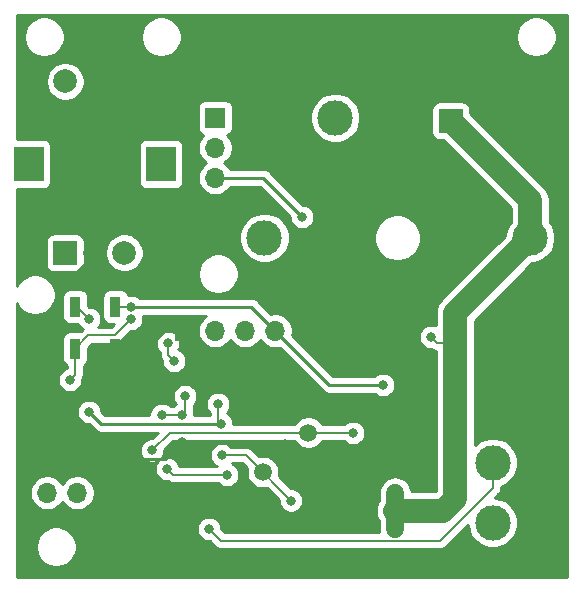
<source format=gbr>
%TF.GenerationSoftware,KiCad,Pcbnew,5.1.6*%
%TF.CreationDate,2020-09-04T20:47:42+02:00*%
%TF.ProjectId,JBC_Nano_Hardware,4a42435f-4e61-46e6-9f5f-486172647761,rev?*%
%TF.SameCoordinates,Original*%
%TF.FileFunction,Copper,L2,Bot*%
%TF.FilePolarity,Positive*%
%FSLAX46Y46*%
G04 Gerber Fmt 4.6, Leading zero omitted, Abs format (unit mm)*
G04 Created by KiCad (PCBNEW 5.1.6) date 2020-09-04 20:47:42*
%MOMM*%
%LPD*%
G01*
G04 APERTURE LIST*
%TA.AperFunction,ComponentPad*%
%ADD10R,2.000000X2.000000*%
%TD*%
%TA.AperFunction,ComponentPad*%
%ADD11C,2.000000*%
%TD*%
%TA.AperFunction,ComponentPad*%
%ADD12C,3.000000*%
%TD*%
%TA.AperFunction,ComponentPad*%
%ADD13R,3.000000X3.000000*%
%TD*%
%TA.AperFunction,ComponentPad*%
%ADD14R,1.700000X1.700000*%
%TD*%
%TA.AperFunction,ComponentPad*%
%ADD15O,1.700000X1.700000*%
%TD*%
%TA.AperFunction,ComponentPad*%
%ADD16R,2.500000X3.000000*%
%TD*%
%TA.AperFunction,SMDPad,CuDef*%
%ADD17R,0.900000X1.700000*%
%TD*%
%TA.AperFunction,SMDPad,CuDef*%
%ADD18C,1.500000*%
%TD*%
%TA.AperFunction,ViaPad*%
%ADD19C,0.800000*%
%TD*%
%TA.AperFunction,Conductor*%
%ADD20C,0.250000*%
%TD*%
%TA.AperFunction,Conductor*%
%ADD21C,0.152400*%
%TD*%
%TA.AperFunction,Conductor*%
%ADD22C,2.000000*%
%TD*%
%TA.AperFunction,Conductor*%
%ADD23C,1.500000*%
%TD*%
%TA.AperFunction,Conductor*%
%ADD24C,0.254000*%
%TD*%
G04 APERTURE END LIST*
D10*
%TO.P,C9,1*%
%TO.N,VDC*%
X60325000Y-32258000D03*
D11*
%TO.P,C9,2*%
%TO.N,GND*%
X60325000Y-28758000D03*
%TD*%
D12*
%TO.P,F1,1*%
%TO.N,VDC*%
X67056000Y-42164000D03*
%TO.P,F1,2*%
%TO.N,Net-(F1-Pad2)*%
X44556000Y-42164000D03*
%TD*%
D13*
%TO.P,J1,1*%
%TO.N,GND*%
X45466000Y-32004000D03*
D12*
%TO.P,J1,2*%
%TO.N,Net-(F1-Pad2)*%
X50546000Y-32004000D03*
%TD*%
D14*
%TO.P,J3,1*%
%TO.N,GND*%
X37846000Y-50038000D03*
D15*
%TO.P,J3,2*%
%TO.N,/SWDCLK*%
X40386000Y-50038000D03*
%TO.P,J3,3*%
%TO.N,/SWDIO*%
X42926000Y-50038000D03*
%TO.P,J3,4*%
%TO.N,+3V3*%
X45466000Y-50038000D03*
%TD*%
D14*
%TO.P,J4,1*%
%TO.N,GND*%
X31242000Y-63754000D03*
D15*
%TO.P,J4,2*%
%TO.N,/UART_RX*%
X28702000Y-63754000D03*
%TO.P,J4,3*%
%TO.N,/UART_TX*%
X26162000Y-63754000D03*
%TD*%
D14*
%TO.P,J5,1*%
%TO.N,/I2C_SDA*%
X40386000Y-32004000D03*
D15*
%TO.P,J5,2*%
%TO.N,/I2C_SCL*%
X40386000Y-34544000D03*
%TO.P,J5,3*%
%TO.N,+3V3*%
X40386000Y-37084000D03*
%TO.P,J5,4*%
%TO.N,GND*%
X40386000Y-39624000D03*
%TD*%
D11*
%TO.P,SW1,S2*%
%TO.N,GND*%
X32686000Y-28934000D03*
%TO.P,SW1,S1*%
%TO.N,/ENCODER_SW*%
X27686000Y-28934000D03*
D16*
%TO.P,SW1,MP*%
%TO.N,N/C*%
X35786000Y-35934000D03*
X24586000Y-35934000D03*
D11*
%TO.P,SW1,B*%
%TO.N,/ENCODER_B*%
X32686000Y-43434000D03*
%TO.P,SW1,C*%
%TO.N,GND*%
X30186000Y-43434000D03*
D10*
%TO.P,SW1,A*%
%TO.N,/ENCODER_A*%
X27686000Y-43434000D03*
%TD*%
D17*
%TO.P,SW2,2*%
%TO.N,GND*%
X31926000Y-51562000D03*
%TO.P,SW2,1*%
%TO.N,/UC_RST*%
X28526000Y-51562000D03*
%TD*%
%TO.P,SW3,1*%
%TO.N,+3V3*%
X31926000Y-48006000D03*
%TO.P,SW3,2*%
%TO.N,/UC_BOOT*%
X28526000Y-48006000D03*
%TD*%
D12*
%TO.P,J2,2*%
%TO.N,GND*%
X63881000Y-56134000D03*
%TO.P,J2,3*%
%TO.N,Net-(J2-Pad3)*%
X63881000Y-61214000D03*
D13*
%TO.P,J2,1*%
%TO.N,GND*%
X63881000Y-51054000D03*
D12*
%TO.P,J2,4*%
%TO.N,Net-(J2-Pad4)*%
X63881000Y-66294000D03*
%TD*%
D18*
%TO.P,TP1,1*%
%TO.N,/V_TC_AMP*%
X48260000Y-58674000D03*
%TD*%
%TO.P,TP2,1*%
%TO.N,/HEATER_ON*%
X44424600Y-62001400D03*
%TD*%
D19*
%TO.N,GND*%
X37846000Y-46228000D03*
X31750000Y-54356000D03*
X27178000Y-45720000D03*
X31242000Y-60130800D03*
X37592000Y-59436000D03*
X43180000Y-63500000D03*
X38608000Y-63246000D03*
X45720000Y-53340000D03*
X36068000Y-40894000D03*
X69291200Y-58877200D03*
X69138800Y-53543200D03*
X69240400Y-63042800D03*
X39928800Y-28956000D03*
X26771600Y-31953200D03*
X32258000Y-39573200D03*
X25806400Y-40792400D03*
X34645600Y-31648400D03*
X25146000Y-61874400D03*
X24892000Y-55270400D03*
X62484000Y-40894000D03*
X69088000Y-48260000D03*
X59944000Y-44958000D03*
X34290000Y-66802000D03*
X29464000Y-35560000D03*
X63500000Y-31242000D03*
X42164000Y-52324000D03*
X63500000Y-69850000D03*
X58420000Y-69850000D03*
X53340000Y-69850000D03*
X48260000Y-69850000D03*
X43180000Y-69850000D03*
X38100000Y-69850000D03*
X33020000Y-69850000D03*
X30480000Y-67310000D03*
X54610000Y-25400000D03*
X47244000Y-27686000D03*
X40640000Y-25400000D03*
X30480000Y-25400000D03*
X68580000Y-33020000D03*
X51308000Y-51054000D03*
X56464200Y-51181000D03*
X52451000Y-49872900D03*
X52044600Y-61137800D03*
X46266100Y-59613800D03*
%TO.N,+3V3*%
X54610000Y-54610000D03*
X33274000Y-48006000D03*
X40894000Y-57912000D03*
X40640000Y-56230800D03*
X29718000Y-56896000D03*
X47752000Y-40386000D03*
%TO.N,VDC*%
X55626000Y-65278000D03*
X55626000Y-63754000D03*
X55626000Y-66802000D03*
X58674000Y-50546000D03*
%TO.N,Net-(J2-Pad3)*%
X39878000Y-66802000D03*
%TO.N,/HEATER_ON*%
X46799500Y-64414400D03*
X40957500Y-60566300D03*
%TO.N,/V_TC_AMP*%
X52070000Y-58674000D03*
X35028361Y-60165071D03*
%TO.N,/VDC_SENSE*%
X41402000Y-62230000D03*
X36322000Y-61722000D03*
%TO.N,/UC_RST*%
X28088082Y-54207918D03*
X33274000Y-49022000D03*
%TO.N,/UC_BOOT*%
X29718000Y-49022000D03*
%TO.N,/I2C_SDA*%
X35854230Y-57150000D03*
X37592000Y-57150000D03*
X37846000Y-55580800D03*
%TO.N,/I2C_SCL*%
X36911460Y-52578000D03*
X36382583Y-51053125D03*
%TD*%
D20*
%TO.N,GND*%
X32980000Y-46228000D02*
X37846000Y-46228000D01*
X30186000Y-43434000D02*
X32980000Y-46228000D01*
X32726000Y-40894000D02*
X30186000Y-43434000D01*
X36068000Y-50038000D02*
X37846000Y-50038000D01*
X33020000Y-51562000D02*
X33782000Y-52324000D01*
X31926000Y-51562000D02*
X33020000Y-51562000D01*
X33782000Y-52324000D02*
X36068000Y-50038000D01*
X31750000Y-54356000D02*
X33782000Y-52324000D01*
X30186000Y-43519002D02*
X30186000Y-43434000D01*
X27985002Y-45720000D02*
X30186000Y-43519002D01*
X27178000Y-45720000D02*
X27985002Y-45720000D01*
X36137928Y-60890072D02*
X37592000Y-59436000D01*
X32001272Y-60890072D02*
X36137928Y-60890072D01*
X31242000Y-60130800D02*
X32001272Y-60890072D01*
X38862000Y-63500000D02*
X38608000Y-63246000D01*
X43180000Y-63500000D02*
X38862000Y-63500000D01*
X41148000Y-53340000D02*
X37846000Y-50038000D01*
X36068000Y-40894000D02*
X32726000Y-40894000D01*
X39116000Y-40894000D02*
X36068000Y-40894000D01*
X40386000Y-39624000D02*
X39116000Y-40894000D01*
D21*
X42164000Y-52324000D02*
X42164000Y-53340000D01*
D20*
X42164000Y-53340000D02*
X41148000Y-53340000D01*
X45720000Y-53340000D02*
X42164000Y-53340000D01*
%TO.N,+3V3*%
X50038000Y-54610000D02*
X45466000Y-50038000D01*
X54610000Y-54610000D02*
X50038000Y-54610000D01*
D21*
X33274000Y-48006000D02*
X31926000Y-48006000D01*
D20*
X43434000Y-48006000D02*
X45466000Y-50038000D01*
X33274000Y-48006000D02*
X43434000Y-48006000D01*
D21*
X40640000Y-57658000D02*
X40894000Y-57912000D01*
X40640000Y-56230800D02*
X40640000Y-57658000D01*
D20*
X29718000Y-56896000D02*
X30734000Y-57912000D01*
X30734000Y-57912000D02*
X40894000Y-57912000D01*
X44450000Y-37084000D02*
X40386000Y-37084000D01*
X47752000Y-40386000D02*
X44450000Y-37084000D01*
D22*
%TO.N,VDC*%
X67056000Y-42164000D02*
X60706000Y-48514000D01*
X59690000Y-65278000D02*
X55626000Y-65278000D01*
X60706000Y-64262000D02*
X59690000Y-65278000D01*
D23*
X55626000Y-65278000D02*
X55626000Y-63754000D01*
X55626000Y-65278000D02*
X55626000Y-66802000D01*
D21*
X59182000Y-51054000D02*
X60706000Y-51054000D01*
X58674000Y-50546000D02*
X59182000Y-51054000D01*
D22*
X60706000Y-51054000D02*
X60706000Y-64262000D01*
X60706000Y-48514000D02*
X60706000Y-51054000D01*
X67056000Y-38989000D02*
X60325000Y-32258000D01*
X67056000Y-42164000D02*
X67056000Y-38989000D01*
D21*
%TO.N,Net-(J2-Pad3)*%
X40904210Y-67828210D02*
X39878000Y-66802000D01*
X59388110Y-67828210D02*
X40904210Y-67828210D01*
X63881000Y-63335320D02*
X59388110Y-67828210D01*
X63881000Y-61214000D02*
X63881000Y-63335320D01*
%TO.N,/HEATER_ON*%
X42951400Y-60566300D02*
X40957500Y-60566300D01*
X46799500Y-64414400D02*
X42951400Y-60566300D01*
%TO.N,/V_TC_AMP*%
X52070000Y-58674000D02*
X36519432Y-58674000D01*
X36519432Y-58674000D02*
X35028361Y-60165071D01*
%TO.N,/VDC_SENSE*%
X36830000Y-62230000D02*
X36322000Y-61722000D01*
X41402000Y-62230000D02*
X36830000Y-62230000D01*
%TO.N,/UC_RST*%
X28526000Y-53770000D02*
X28526000Y-51562000D01*
X28088082Y-54207918D02*
X28526000Y-53770000D01*
X31860201Y-50435799D02*
X33274000Y-49022000D01*
X29652201Y-50435799D02*
X31860201Y-50435799D01*
X28526000Y-51562000D02*
X29652201Y-50435799D01*
%TO.N,/UC_BOOT*%
X28702000Y-48006000D02*
X28526000Y-48006000D01*
X29718000Y-49022000D02*
X28702000Y-48006000D01*
%TO.N,/I2C_SDA*%
X35854230Y-57150000D02*
X37592000Y-57150000D01*
X37846000Y-56896000D02*
X37592000Y-57150000D01*
X37846000Y-55580800D02*
X37846000Y-56896000D01*
%TO.N,/I2C_SCL*%
X36382583Y-52049123D02*
X36382583Y-51053125D01*
X36911460Y-52578000D02*
X36382583Y-52049123D01*
%TD*%
D24*
%TO.N,GND*%
G36*
X70156001Y-70918000D02*
G01*
X23570000Y-70918000D01*
X23570000Y-68155117D01*
X25189000Y-68155117D01*
X25189000Y-68496883D01*
X25255675Y-68832081D01*
X25386463Y-69147831D01*
X25576337Y-69431998D01*
X25818002Y-69673663D01*
X26102169Y-69863537D01*
X26417919Y-69994325D01*
X26753117Y-70061000D01*
X27094883Y-70061000D01*
X27430081Y-69994325D01*
X27745831Y-69863537D01*
X28029998Y-69673663D01*
X28271663Y-69431998D01*
X28461537Y-69147831D01*
X28592325Y-68832081D01*
X28659000Y-68496883D01*
X28659000Y-68155117D01*
X28592325Y-67819919D01*
X28461537Y-67504169D01*
X28271663Y-67220002D01*
X28029998Y-66978337D01*
X27745831Y-66788463D01*
X27532410Y-66700061D01*
X38843000Y-66700061D01*
X38843000Y-66903939D01*
X38882774Y-67103898D01*
X38960795Y-67292256D01*
X39074063Y-67461774D01*
X39218226Y-67605937D01*
X39387744Y-67719205D01*
X39576102Y-67797226D01*
X39776061Y-67837000D01*
X39907212Y-67837000D01*
X40376613Y-68306401D01*
X40398883Y-68333537D01*
X40507177Y-68422412D01*
X40630729Y-68488452D01*
X40764790Y-68529119D01*
X40869274Y-68539410D01*
X40869283Y-68539410D01*
X40904209Y-68542850D01*
X40939135Y-68539410D01*
X59353184Y-68539410D01*
X59388110Y-68542850D01*
X59423036Y-68539410D01*
X59423046Y-68539410D01*
X59527530Y-68529119D01*
X59661591Y-68488452D01*
X59785143Y-68422412D01*
X59893437Y-68333537D01*
X59915712Y-68306395D01*
X61746000Y-66476107D01*
X61746000Y-66504279D01*
X61828047Y-66916756D01*
X61988988Y-67305302D01*
X62222637Y-67654983D01*
X62520017Y-67952363D01*
X62869698Y-68186012D01*
X63258244Y-68346953D01*
X63670721Y-68429000D01*
X64091279Y-68429000D01*
X64503756Y-68346953D01*
X64892302Y-68186012D01*
X65241983Y-67952363D01*
X65539363Y-67654983D01*
X65773012Y-67305302D01*
X65933953Y-66916756D01*
X66016000Y-66504279D01*
X66016000Y-66083721D01*
X65933953Y-65671244D01*
X65773012Y-65282698D01*
X65539363Y-64933017D01*
X65241983Y-64635637D01*
X64892302Y-64401988D01*
X64503756Y-64241047D01*
X64091279Y-64159000D01*
X64063108Y-64159000D01*
X64359191Y-63862917D01*
X64386327Y-63840647D01*
X64475202Y-63732353D01*
X64541242Y-63608801D01*
X64581909Y-63474740D01*
X64592200Y-63370256D01*
X64592200Y-63370249D01*
X64595640Y-63335320D01*
X64592200Y-63300392D01*
X64592200Y-63230318D01*
X64892302Y-63106012D01*
X65241983Y-62872363D01*
X65539363Y-62574983D01*
X65773012Y-62225302D01*
X65933953Y-61836756D01*
X66016000Y-61424279D01*
X66016000Y-61003721D01*
X65933953Y-60591244D01*
X65773012Y-60202698D01*
X65539363Y-59853017D01*
X65241983Y-59555637D01*
X64892302Y-59321988D01*
X64503756Y-59161047D01*
X64091279Y-59079000D01*
X63670721Y-59079000D01*
X63258244Y-59161047D01*
X62869698Y-59321988D01*
X62520017Y-59555637D01*
X62341000Y-59734654D01*
X62341000Y-49191238D01*
X67233239Y-44299000D01*
X67266279Y-44299000D01*
X67678756Y-44216953D01*
X68067302Y-44056012D01*
X68416983Y-43822363D01*
X68714363Y-43524983D01*
X68948012Y-43175302D01*
X69108953Y-42786756D01*
X69191000Y-42374279D01*
X69191000Y-41953721D01*
X69108953Y-41541244D01*
X68948012Y-41152698D01*
X68714363Y-40803017D01*
X68691000Y-40779654D01*
X68691000Y-39069319D01*
X68698911Y-38988999D01*
X68691000Y-38908678D01*
X68667343Y-38668484D01*
X68573852Y-38360285D01*
X68422031Y-38076248D01*
X68217714Y-37827286D01*
X68155319Y-37776080D01*
X61963072Y-31583834D01*
X61963072Y-31258000D01*
X61950812Y-31133518D01*
X61914502Y-31013820D01*
X61855537Y-30903506D01*
X61776185Y-30806815D01*
X61679494Y-30727463D01*
X61569180Y-30668498D01*
X61449482Y-30632188D01*
X61325000Y-30619928D01*
X60374130Y-30619928D01*
X60325000Y-30615089D01*
X60275870Y-30619928D01*
X59325000Y-30619928D01*
X59200518Y-30632188D01*
X59080820Y-30668498D01*
X58970506Y-30727463D01*
X58873815Y-30806815D01*
X58794463Y-30903506D01*
X58735498Y-31013820D01*
X58699188Y-31133518D01*
X58686928Y-31258000D01*
X58686928Y-32208870D01*
X58682089Y-32258000D01*
X58686928Y-32307130D01*
X58686928Y-33258000D01*
X58699188Y-33382482D01*
X58735498Y-33502180D01*
X58794463Y-33612494D01*
X58873815Y-33709185D01*
X58970506Y-33788537D01*
X59080820Y-33847502D01*
X59200518Y-33883812D01*
X59325000Y-33896072D01*
X59650834Y-33896072D01*
X65421001Y-39666240D01*
X65421000Y-40779654D01*
X65397637Y-40803017D01*
X65163988Y-41152698D01*
X65003047Y-41541244D01*
X64921000Y-41953721D01*
X64921000Y-41986761D01*
X59606687Y-47301075D01*
X59544286Y-47352286D01*
X59339969Y-47601249D01*
X59188148Y-47885286D01*
X59094657Y-48193485D01*
X59071579Y-48427798D01*
X59063089Y-48514000D01*
X59071000Y-48594320D01*
X59071000Y-49590167D01*
X58975898Y-49550774D01*
X58775939Y-49511000D01*
X58572061Y-49511000D01*
X58372102Y-49550774D01*
X58183744Y-49628795D01*
X58014226Y-49742063D01*
X57870063Y-49886226D01*
X57756795Y-50055744D01*
X57678774Y-50244102D01*
X57639000Y-50444061D01*
X57639000Y-50647939D01*
X57678774Y-50847898D01*
X57756795Y-51036256D01*
X57870063Y-51205774D01*
X58014226Y-51349937D01*
X58183744Y-51463205D01*
X58372102Y-51541226D01*
X58572061Y-51581000D01*
X58703082Y-51581000D01*
X58703804Y-51581593D01*
X58703808Y-51581597D01*
X58769764Y-51635726D01*
X58784967Y-51648202D01*
X58908519Y-51714242D01*
X59042580Y-51754909D01*
X59071000Y-51757708D01*
X59071001Y-63584761D01*
X59012762Y-63643000D01*
X57006769Y-63643000D01*
X56990960Y-63482493D01*
X56911764Y-63221419D01*
X56783157Y-62980812D01*
X56610081Y-62769919D01*
X56399188Y-62596843D01*
X56158581Y-62468236D01*
X55897507Y-62389040D01*
X55626000Y-62362299D01*
X55354494Y-62389040D01*
X55093420Y-62468236D01*
X54852813Y-62596843D01*
X54641920Y-62769919D01*
X54468844Y-62980812D01*
X54340237Y-63221419D01*
X54261040Y-63482493D01*
X54241000Y-63685963D01*
X54241000Y-64400736D01*
X54108148Y-64649285D01*
X54014657Y-64957484D01*
X53983089Y-65278000D01*
X54014657Y-65598516D01*
X54108148Y-65906715D01*
X54241000Y-66155264D01*
X54241000Y-66870037D01*
X54261040Y-67073507D01*
X54274237Y-67117010D01*
X41198798Y-67117010D01*
X40913000Y-66831212D01*
X40913000Y-66700061D01*
X40873226Y-66500102D01*
X40795205Y-66311744D01*
X40681937Y-66142226D01*
X40537774Y-65998063D01*
X40368256Y-65884795D01*
X40179898Y-65806774D01*
X39979939Y-65767000D01*
X39776061Y-65767000D01*
X39576102Y-65806774D01*
X39387744Y-65884795D01*
X39218226Y-65998063D01*
X39074063Y-66142226D01*
X38960795Y-66311744D01*
X38882774Y-66500102D01*
X38843000Y-66700061D01*
X27532410Y-66700061D01*
X27430081Y-66657675D01*
X27094883Y-66591000D01*
X26753117Y-66591000D01*
X26417919Y-66657675D01*
X26102169Y-66788463D01*
X25818002Y-66978337D01*
X25576337Y-67220002D01*
X25386463Y-67504169D01*
X25255675Y-67819919D01*
X25189000Y-68155117D01*
X23570000Y-68155117D01*
X23570000Y-63607740D01*
X24677000Y-63607740D01*
X24677000Y-63900260D01*
X24734068Y-64187158D01*
X24846010Y-64457411D01*
X25008525Y-64700632D01*
X25215368Y-64907475D01*
X25458589Y-65069990D01*
X25728842Y-65181932D01*
X26015740Y-65239000D01*
X26308260Y-65239000D01*
X26595158Y-65181932D01*
X26865411Y-65069990D01*
X27108632Y-64907475D01*
X27315475Y-64700632D01*
X27432000Y-64526240D01*
X27548525Y-64700632D01*
X27755368Y-64907475D01*
X27998589Y-65069990D01*
X28268842Y-65181932D01*
X28555740Y-65239000D01*
X28848260Y-65239000D01*
X29135158Y-65181932D01*
X29405411Y-65069990D01*
X29648632Y-64907475D01*
X29855475Y-64700632D01*
X30017990Y-64457411D01*
X30129932Y-64187158D01*
X30187000Y-63900260D01*
X30187000Y-63607740D01*
X30129932Y-63320842D01*
X30017990Y-63050589D01*
X29855475Y-62807368D01*
X29648632Y-62600525D01*
X29405411Y-62438010D01*
X29135158Y-62326068D01*
X28848260Y-62269000D01*
X28555740Y-62269000D01*
X28268842Y-62326068D01*
X27998589Y-62438010D01*
X27755368Y-62600525D01*
X27548525Y-62807368D01*
X27432000Y-62981760D01*
X27315475Y-62807368D01*
X27108632Y-62600525D01*
X26865411Y-62438010D01*
X26595158Y-62326068D01*
X26308260Y-62269000D01*
X26015740Y-62269000D01*
X25728842Y-62326068D01*
X25458589Y-62438010D01*
X25215368Y-62600525D01*
X25008525Y-62807368D01*
X24846010Y-63050589D01*
X24734068Y-63320842D01*
X24677000Y-63607740D01*
X23570000Y-63607740D01*
X23570000Y-56794061D01*
X28683000Y-56794061D01*
X28683000Y-56997939D01*
X28722774Y-57197898D01*
X28800795Y-57386256D01*
X28914063Y-57555774D01*
X29058226Y-57699937D01*
X29227744Y-57813205D01*
X29416102Y-57891226D01*
X29616061Y-57931000D01*
X29678199Y-57931000D01*
X30170201Y-58423003D01*
X30193999Y-58452001D01*
X30222997Y-58475799D01*
X30309723Y-58546974D01*
X30433076Y-58612908D01*
X30441753Y-58617546D01*
X30585014Y-58661003D01*
X30696667Y-58672000D01*
X30696677Y-58672000D01*
X30734000Y-58675676D01*
X30771322Y-58672000D01*
X35515644Y-58672000D01*
X35057574Y-59130071D01*
X34926422Y-59130071D01*
X34726463Y-59169845D01*
X34538105Y-59247866D01*
X34368587Y-59361134D01*
X34224424Y-59505297D01*
X34111156Y-59674815D01*
X34033135Y-59863173D01*
X33993361Y-60063132D01*
X33993361Y-60267010D01*
X34033135Y-60466969D01*
X34111156Y-60655327D01*
X34224424Y-60824845D01*
X34368587Y-60969008D01*
X34538105Y-61082276D01*
X34726463Y-61160297D01*
X34926422Y-61200071D01*
X35130300Y-61200071D01*
X35330259Y-61160297D01*
X35499327Y-61090266D01*
X35404795Y-61231744D01*
X35326774Y-61420102D01*
X35287000Y-61620061D01*
X35287000Y-61823939D01*
X35326774Y-62023898D01*
X35404795Y-62212256D01*
X35518063Y-62381774D01*
X35662226Y-62525937D01*
X35831744Y-62639205D01*
X36020102Y-62717226D01*
X36220061Y-62757000D01*
X36351082Y-62757000D01*
X36351804Y-62757593D01*
X36351808Y-62757597D01*
X36366823Y-62769919D01*
X36432967Y-62824202D01*
X36556519Y-62890242D01*
X36690580Y-62930909D01*
X36795064Y-62941200D01*
X36795081Y-62941200D01*
X36829999Y-62944639D01*
X36864917Y-62941200D01*
X40649489Y-62941200D01*
X40742226Y-63033937D01*
X40911744Y-63147205D01*
X41100102Y-63225226D01*
X41300061Y-63265000D01*
X41503939Y-63265000D01*
X41703898Y-63225226D01*
X41892256Y-63147205D01*
X42061774Y-63033937D01*
X42205937Y-62889774D01*
X42319205Y-62720256D01*
X42397226Y-62531898D01*
X42437000Y-62331939D01*
X42437000Y-62128061D01*
X42397226Y-61928102D01*
X42319205Y-61739744D01*
X42205937Y-61570226D01*
X42061774Y-61426063D01*
X41892256Y-61312795D01*
X41807047Y-61277500D01*
X42656813Y-61277500D01*
X43073562Y-61694250D01*
X43039600Y-61864989D01*
X43039600Y-62137811D01*
X43092825Y-62405389D01*
X43197229Y-62657443D01*
X43348801Y-62884286D01*
X43541714Y-63077199D01*
X43768557Y-63228771D01*
X44020611Y-63333175D01*
X44288189Y-63386400D01*
X44561011Y-63386400D01*
X44731750Y-63352438D01*
X45764500Y-64385189D01*
X45764500Y-64516339D01*
X45804274Y-64716298D01*
X45882295Y-64904656D01*
X45995563Y-65074174D01*
X46139726Y-65218337D01*
X46309244Y-65331605D01*
X46497602Y-65409626D01*
X46697561Y-65449400D01*
X46901439Y-65449400D01*
X47101398Y-65409626D01*
X47289756Y-65331605D01*
X47459274Y-65218337D01*
X47603437Y-65074174D01*
X47716705Y-64904656D01*
X47794726Y-64716298D01*
X47834500Y-64516339D01*
X47834500Y-64312461D01*
X47794726Y-64112502D01*
X47716705Y-63924144D01*
X47603437Y-63754626D01*
X47459274Y-63610463D01*
X47289756Y-63497195D01*
X47101398Y-63419174D01*
X46901439Y-63379400D01*
X46770289Y-63379400D01*
X45762995Y-62372107D01*
X45809600Y-62137811D01*
X45809600Y-61864989D01*
X45756375Y-61597411D01*
X45651971Y-61345357D01*
X45500399Y-61118514D01*
X45307486Y-60925601D01*
X45080643Y-60774029D01*
X44828589Y-60669625D01*
X44561011Y-60616400D01*
X44288189Y-60616400D01*
X44053892Y-60663005D01*
X43479002Y-60088115D01*
X43456727Y-60060973D01*
X43348433Y-59972098D01*
X43224881Y-59906058D01*
X43090820Y-59865391D01*
X42986336Y-59855100D01*
X42986326Y-59855100D01*
X42951400Y-59851660D01*
X42916474Y-59855100D01*
X41710011Y-59855100D01*
X41617274Y-59762363D01*
X41447756Y-59649095D01*
X41259398Y-59571074D01*
X41059439Y-59531300D01*
X40855561Y-59531300D01*
X40655602Y-59571074D01*
X40467244Y-59649095D01*
X40297726Y-59762363D01*
X40153563Y-59906526D01*
X40040295Y-60076044D01*
X39962274Y-60264402D01*
X39922500Y-60464361D01*
X39922500Y-60668239D01*
X39962274Y-60868198D01*
X40040295Y-61056556D01*
X40153563Y-61226074D01*
X40297726Y-61370237D01*
X40467244Y-61483505D01*
X40552453Y-61518800D01*
X37336858Y-61518800D01*
X37317226Y-61420102D01*
X37239205Y-61231744D01*
X37125937Y-61062226D01*
X36981774Y-60918063D01*
X36812256Y-60804795D01*
X36623898Y-60726774D01*
X36423939Y-60687000D01*
X36220061Y-60687000D01*
X36020102Y-60726774D01*
X35851034Y-60796805D01*
X35945566Y-60655327D01*
X36023587Y-60466969D01*
X36063361Y-60267010D01*
X36063361Y-60135858D01*
X36814020Y-59385200D01*
X47069484Y-59385200D01*
X47184201Y-59556886D01*
X47377114Y-59749799D01*
X47603957Y-59901371D01*
X47856011Y-60005775D01*
X48123589Y-60059000D01*
X48396411Y-60059000D01*
X48663989Y-60005775D01*
X48916043Y-59901371D01*
X49142886Y-59749799D01*
X49335799Y-59556886D01*
X49450516Y-59385200D01*
X51317489Y-59385200D01*
X51410226Y-59477937D01*
X51579744Y-59591205D01*
X51768102Y-59669226D01*
X51968061Y-59709000D01*
X52171939Y-59709000D01*
X52371898Y-59669226D01*
X52560256Y-59591205D01*
X52729774Y-59477937D01*
X52873937Y-59333774D01*
X52987205Y-59164256D01*
X53065226Y-58975898D01*
X53105000Y-58775939D01*
X53105000Y-58572061D01*
X53065226Y-58372102D01*
X52987205Y-58183744D01*
X52873937Y-58014226D01*
X52729774Y-57870063D01*
X52560256Y-57756795D01*
X52371898Y-57678774D01*
X52171939Y-57639000D01*
X51968061Y-57639000D01*
X51768102Y-57678774D01*
X51579744Y-57756795D01*
X51410226Y-57870063D01*
X51317489Y-57962800D01*
X49450516Y-57962800D01*
X49335799Y-57791114D01*
X49142886Y-57598201D01*
X48916043Y-57446629D01*
X48663989Y-57342225D01*
X48396411Y-57289000D01*
X48123589Y-57289000D01*
X47856011Y-57342225D01*
X47603957Y-57446629D01*
X47377114Y-57598201D01*
X47184201Y-57791114D01*
X47069484Y-57962800D01*
X41929000Y-57962800D01*
X41929000Y-57810061D01*
X41889226Y-57610102D01*
X41811205Y-57421744D01*
X41697937Y-57252226D01*
X41553774Y-57108063D01*
X41384256Y-56994795D01*
X41352762Y-56981749D01*
X41443937Y-56890574D01*
X41557205Y-56721056D01*
X41635226Y-56532698D01*
X41675000Y-56332739D01*
X41675000Y-56128861D01*
X41635226Y-55928902D01*
X41557205Y-55740544D01*
X41443937Y-55571026D01*
X41299774Y-55426863D01*
X41130256Y-55313595D01*
X40941898Y-55235574D01*
X40741939Y-55195800D01*
X40538061Y-55195800D01*
X40338102Y-55235574D01*
X40149744Y-55313595D01*
X39980226Y-55426863D01*
X39836063Y-55571026D01*
X39722795Y-55740544D01*
X39644774Y-55928902D01*
X39605000Y-56128861D01*
X39605000Y-56332739D01*
X39644774Y-56532698D01*
X39722795Y-56721056D01*
X39836063Y-56890574D01*
X39928801Y-56983312D01*
X39928801Y-57152000D01*
X38627000Y-57152000D01*
X38627000Y-57048061D01*
X38587226Y-56848102D01*
X38557200Y-56775613D01*
X38557200Y-56333311D01*
X38649937Y-56240574D01*
X38763205Y-56071056D01*
X38841226Y-55882698D01*
X38881000Y-55682739D01*
X38881000Y-55478861D01*
X38841226Y-55278902D01*
X38763205Y-55090544D01*
X38649937Y-54921026D01*
X38505774Y-54776863D01*
X38336256Y-54663595D01*
X38147898Y-54585574D01*
X37947939Y-54545800D01*
X37744061Y-54545800D01*
X37544102Y-54585574D01*
X37355744Y-54663595D01*
X37186226Y-54776863D01*
X37042063Y-54921026D01*
X36928795Y-55090544D01*
X36850774Y-55278902D01*
X36811000Y-55478861D01*
X36811000Y-55682739D01*
X36850774Y-55882698D01*
X36928795Y-56071056D01*
X37042063Y-56240574D01*
X37061305Y-56259816D01*
X36932226Y-56346063D01*
X36839489Y-56438800D01*
X36606741Y-56438800D01*
X36514004Y-56346063D01*
X36344486Y-56232795D01*
X36156128Y-56154774D01*
X35956169Y-56115000D01*
X35752291Y-56115000D01*
X35552332Y-56154774D01*
X35363974Y-56232795D01*
X35194456Y-56346063D01*
X35050293Y-56490226D01*
X34937025Y-56659744D01*
X34859004Y-56848102D01*
X34819230Y-57048061D01*
X34819230Y-57152000D01*
X31048802Y-57152000D01*
X30753000Y-56856199D01*
X30753000Y-56794061D01*
X30713226Y-56594102D01*
X30635205Y-56405744D01*
X30521937Y-56236226D01*
X30377774Y-56092063D01*
X30208256Y-55978795D01*
X30019898Y-55900774D01*
X29819939Y-55861000D01*
X29616061Y-55861000D01*
X29416102Y-55900774D01*
X29227744Y-55978795D01*
X29058226Y-56092063D01*
X28914063Y-56236226D01*
X28800795Y-56405744D01*
X28722774Y-56594102D01*
X28683000Y-56794061D01*
X23570000Y-56794061D01*
X23570000Y-54105979D01*
X27053082Y-54105979D01*
X27053082Y-54309857D01*
X27092856Y-54509816D01*
X27170877Y-54698174D01*
X27284145Y-54867692D01*
X27428308Y-55011855D01*
X27597826Y-55125123D01*
X27786184Y-55203144D01*
X27986143Y-55242918D01*
X28190021Y-55242918D01*
X28389980Y-55203144D01*
X28578338Y-55125123D01*
X28747856Y-55011855D01*
X28892019Y-54867692D01*
X29005287Y-54698174D01*
X29083308Y-54509816D01*
X29123082Y-54309857D01*
X29123082Y-54161645D01*
X29186242Y-54043482D01*
X29226909Y-53909420D01*
X29232761Y-53850000D01*
X29237200Y-53804936D01*
X29237200Y-53804929D01*
X29240640Y-53770000D01*
X29237200Y-53735072D01*
X29237200Y-52992404D01*
X29330494Y-52942537D01*
X29427185Y-52863185D01*
X29506537Y-52766494D01*
X29565502Y-52656180D01*
X29601812Y-52536482D01*
X29614072Y-52412000D01*
X29614072Y-51479716D01*
X29946790Y-51146999D01*
X31825275Y-51146999D01*
X31860201Y-51150439D01*
X31895127Y-51146999D01*
X31895137Y-51146999D01*
X31999621Y-51136708D01*
X32133682Y-51096041D01*
X32257234Y-51030001D01*
X32353269Y-50951186D01*
X35347583Y-50951186D01*
X35347583Y-51155064D01*
X35387357Y-51355023D01*
X35465378Y-51543381D01*
X35578646Y-51712899D01*
X35671383Y-51805636D01*
X35671383Y-52014197D01*
X35667943Y-52049123D01*
X35671383Y-52084049D01*
X35671383Y-52084058D01*
X35681674Y-52188542D01*
X35722341Y-52322603D01*
X35788381Y-52446155D01*
X35876460Y-52553479D01*
X35876460Y-52679939D01*
X35916234Y-52879898D01*
X35994255Y-53068256D01*
X36107523Y-53237774D01*
X36251686Y-53381937D01*
X36421204Y-53495205D01*
X36609562Y-53573226D01*
X36809521Y-53613000D01*
X37013399Y-53613000D01*
X37213358Y-53573226D01*
X37401716Y-53495205D01*
X37571234Y-53381937D01*
X37715397Y-53237774D01*
X37828665Y-53068256D01*
X37906686Y-52879898D01*
X37946460Y-52679939D01*
X37946460Y-52476061D01*
X37906686Y-52276102D01*
X37828665Y-52087744D01*
X37715397Y-51918226D01*
X37571234Y-51774063D01*
X37401716Y-51660795D01*
X37260437Y-51602275D01*
X37299788Y-51543381D01*
X37377809Y-51355023D01*
X37417583Y-51155064D01*
X37417583Y-50951186D01*
X37377809Y-50751227D01*
X37299788Y-50562869D01*
X37186520Y-50393351D01*
X37042357Y-50249188D01*
X36872839Y-50135920D01*
X36684481Y-50057899D01*
X36484522Y-50018125D01*
X36280644Y-50018125D01*
X36080685Y-50057899D01*
X35892327Y-50135920D01*
X35722809Y-50249188D01*
X35578646Y-50393351D01*
X35465378Y-50562869D01*
X35387357Y-50751227D01*
X35347583Y-50951186D01*
X32353269Y-50951186D01*
X32365528Y-50941126D01*
X32387803Y-50913985D01*
X33244788Y-50057000D01*
X33375939Y-50057000D01*
X33575898Y-50017226D01*
X33764256Y-49939205D01*
X33933774Y-49825937D01*
X34077937Y-49681774D01*
X34191205Y-49512256D01*
X34269226Y-49323898D01*
X34309000Y-49123939D01*
X34309000Y-48920061D01*
X34278356Y-48766000D01*
X39616753Y-48766000D01*
X39439368Y-48884525D01*
X39232525Y-49091368D01*
X39070010Y-49334589D01*
X38958068Y-49604842D01*
X38901000Y-49891740D01*
X38901000Y-50184260D01*
X38958068Y-50471158D01*
X39070010Y-50741411D01*
X39232525Y-50984632D01*
X39439368Y-51191475D01*
X39682589Y-51353990D01*
X39952842Y-51465932D01*
X40239740Y-51523000D01*
X40532260Y-51523000D01*
X40819158Y-51465932D01*
X41089411Y-51353990D01*
X41332632Y-51191475D01*
X41539475Y-50984632D01*
X41656000Y-50810240D01*
X41772525Y-50984632D01*
X41979368Y-51191475D01*
X42222589Y-51353990D01*
X42492842Y-51465932D01*
X42779740Y-51523000D01*
X43072260Y-51523000D01*
X43359158Y-51465932D01*
X43629411Y-51353990D01*
X43872632Y-51191475D01*
X44079475Y-50984632D01*
X44196000Y-50810240D01*
X44312525Y-50984632D01*
X44519368Y-51191475D01*
X44762589Y-51353990D01*
X45032842Y-51465932D01*
X45319740Y-51523000D01*
X45612260Y-51523000D01*
X45832408Y-51479209D01*
X49474205Y-55121008D01*
X49497999Y-55150001D01*
X49526992Y-55173795D01*
X49526996Y-55173799D01*
X49597685Y-55231811D01*
X49613724Y-55244974D01*
X49745753Y-55315546D01*
X49889014Y-55359003D01*
X50000667Y-55370000D01*
X50000676Y-55370000D01*
X50037999Y-55373676D01*
X50075322Y-55370000D01*
X53906289Y-55370000D01*
X53950226Y-55413937D01*
X54119744Y-55527205D01*
X54308102Y-55605226D01*
X54508061Y-55645000D01*
X54711939Y-55645000D01*
X54911898Y-55605226D01*
X55100256Y-55527205D01*
X55269774Y-55413937D01*
X55413937Y-55269774D01*
X55527205Y-55100256D01*
X55605226Y-54911898D01*
X55645000Y-54711939D01*
X55645000Y-54508061D01*
X55605226Y-54308102D01*
X55527205Y-54119744D01*
X55413937Y-53950226D01*
X55269774Y-53806063D01*
X55100256Y-53692795D01*
X54911898Y-53614774D01*
X54711939Y-53575000D01*
X54508061Y-53575000D01*
X54308102Y-53614774D01*
X54119744Y-53692795D01*
X53950226Y-53806063D01*
X53906289Y-53850000D01*
X50352803Y-53850000D01*
X46907209Y-50404408D01*
X46951000Y-50184260D01*
X46951000Y-49891740D01*
X46893932Y-49604842D01*
X46781990Y-49334589D01*
X46619475Y-49091368D01*
X46412632Y-48884525D01*
X46169411Y-48722010D01*
X45899158Y-48610068D01*
X45612260Y-48553000D01*
X45319740Y-48553000D01*
X45099592Y-48596790D01*
X43997804Y-47495003D01*
X43974001Y-47465999D01*
X43858276Y-47371026D01*
X43726247Y-47300454D01*
X43582986Y-47256997D01*
X43471333Y-47246000D01*
X43471322Y-47246000D01*
X43434000Y-47242324D01*
X43396678Y-47246000D01*
X33977711Y-47246000D01*
X33933774Y-47202063D01*
X33764256Y-47088795D01*
X33575898Y-47010774D01*
X33375939Y-46971000D01*
X33172061Y-46971000D01*
X32994187Y-47006381D01*
X32965502Y-46911820D01*
X32906537Y-46801506D01*
X32827185Y-46704815D01*
X32730494Y-46625463D01*
X32620180Y-46566498D01*
X32500482Y-46530188D01*
X32376000Y-46517928D01*
X31476000Y-46517928D01*
X31351518Y-46530188D01*
X31231820Y-46566498D01*
X31121506Y-46625463D01*
X31024815Y-46704815D01*
X30945463Y-46801506D01*
X30886498Y-46911820D01*
X30850188Y-47031518D01*
X30837928Y-47156000D01*
X30837928Y-48856000D01*
X30850188Y-48980482D01*
X30886498Y-49100180D01*
X30945463Y-49210494D01*
X31024815Y-49307185D01*
X31121506Y-49386537D01*
X31231820Y-49445502D01*
X31351518Y-49481812D01*
X31476000Y-49494072D01*
X31796140Y-49494072D01*
X31565614Y-49724599D01*
X30479112Y-49724599D01*
X30521937Y-49681774D01*
X30635205Y-49512256D01*
X30713226Y-49323898D01*
X30753000Y-49123939D01*
X30753000Y-48920061D01*
X30713226Y-48720102D01*
X30635205Y-48531744D01*
X30521937Y-48362226D01*
X30377774Y-48218063D01*
X30208256Y-48104795D01*
X30019898Y-48026774D01*
X29819939Y-47987000D01*
X29688787Y-47987000D01*
X29614072Y-47912285D01*
X29614072Y-47156000D01*
X29601812Y-47031518D01*
X29565502Y-46911820D01*
X29506537Y-46801506D01*
X29427185Y-46704815D01*
X29330494Y-46625463D01*
X29220180Y-46566498D01*
X29100482Y-46530188D01*
X28976000Y-46517928D01*
X28076000Y-46517928D01*
X27951518Y-46530188D01*
X27831820Y-46566498D01*
X27721506Y-46625463D01*
X27624815Y-46704815D01*
X27545463Y-46801506D01*
X27486498Y-46911820D01*
X27450188Y-47031518D01*
X27437928Y-47156000D01*
X27437928Y-48856000D01*
X27450188Y-48980482D01*
X27486498Y-49100180D01*
X27545463Y-49210494D01*
X27624815Y-49307185D01*
X27721506Y-49386537D01*
X27831820Y-49445502D01*
X27951518Y-49481812D01*
X28076000Y-49494072D01*
X28793263Y-49494072D01*
X28800795Y-49512256D01*
X28914063Y-49681774D01*
X29058226Y-49825937D01*
X29177301Y-49905500D01*
X29174010Y-49908201D01*
X29174005Y-49908206D01*
X29146874Y-49930472D01*
X29124608Y-49957603D01*
X29005389Y-50076822D01*
X28976000Y-50073928D01*
X28076000Y-50073928D01*
X27951518Y-50086188D01*
X27831820Y-50122498D01*
X27721506Y-50181463D01*
X27624815Y-50260815D01*
X27545463Y-50357506D01*
X27486498Y-50467820D01*
X27450188Y-50587518D01*
X27437928Y-50712000D01*
X27437928Y-52412000D01*
X27450188Y-52536482D01*
X27486498Y-52656180D01*
X27545463Y-52766494D01*
X27624815Y-52863185D01*
X27721506Y-52942537D01*
X27814800Y-52992405D01*
X27814800Y-53207000D01*
X27786184Y-53212692D01*
X27597826Y-53290713D01*
X27428308Y-53403981D01*
X27284145Y-53548144D01*
X27170877Y-53717662D01*
X27092856Y-53906020D01*
X27053082Y-54105979D01*
X23570000Y-54105979D01*
X23570000Y-47718973D01*
X23608463Y-47811831D01*
X23798337Y-48095998D01*
X24040002Y-48337663D01*
X24324169Y-48527537D01*
X24639919Y-48658325D01*
X24975117Y-48725000D01*
X25316883Y-48725000D01*
X25652081Y-48658325D01*
X25967831Y-48527537D01*
X26251998Y-48337663D01*
X26493663Y-48095998D01*
X26683537Y-47811831D01*
X26814325Y-47496081D01*
X26881000Y-47160883D01*
X26881000Y-46819117D01*
X26814325Y-46483919D01*
X26683537Y-46168169D01*
X26493663Y-45884002D01*
X26251998Y-45642337D01*
X25967831Y-45452463D01*
X25652081Y-45321675D01*
X25316883Y-45255000D01*
X24975117Y-45255000D01*
X24639919Y-45321675D01*
X24324169Y-45452463D01*
X24040002Y-45642337D01*
X23798337Y-45884002D01*
X23608463Y-46168169D01*
X23570000Y-46261027D01*
X23570000Y-42434000D01*
X26047928Y-42434000D01*
X26047928Y-44434000D01*
X26060188Y-44558482D01*
X26096498Y-44678180D01*
X26155463Y-44788494D01*
X26234815Y-44885185D01*
X26331506Y-44964537D01*
X26441820Y-45023502D01*
X26561518Y-45059812D01*
X26686000Y-45072072D01*
X28686000Y-45072072D01*
X28810482Y-45059812D01*
X28930180Y-45023502D01*
X29040494Y-44964537D01*
X29137185Y-44885185D01*
X29216537Y-44788494D01*
X29275502Y-44678180D01*
X29311812Y-44558482D01*
X29324072Y-44434000D01*
X29324072Y-43272967D01*
X31051000Y-43272967D01*
X31051000Y-43595033D01*
X31113832Y-43910912D01*
X31237082Y-44208463D01*
X31416013Y-44476252D01*
X31643748Y-44703987D01*
X31911537Y-44882918D01*
X32209088Y-45006168D01*
X32524967Y-45069000D01*
X32847033Y-45069000D01*
X32987210Y-45041117D01*
X38905000Y-45041117D01*
X38905000Y-45382883D01*
X38971675Y-45718081D01*
X39102463Y-46033831D01*
X39292337Y-46317998D01*
X39534002Y-46559663D01*
X39818169Y-46749537D01*
X40133919Y-46880325D01*
X40469117Y-46947000D01*
X40810883Y-46947000D01*
X41146081Y-46880325D01*
X41461831Y-46749537D01*
X41745998Y-46559663D01*
X41987663Y-46317998D01*
X42177537Y-46033831D01*
X42308325Y-45718081D01*
X42375000Y-45382883D01*
X42375000Y-45041117D01*
X42308325Y-44705919D01*
X42177537Y-44390169D01*
X41987663Y-44106002D01*
X41745998Y-43864337D01*
X41461831Y-43674463D01*
X41146081Y-43543675D01*
X40810883Y-43477000D01*
X40469117Y-43477000D01*
X40133919Y-43543675D01*
X39818169Y-43674463D01*
X39534002Y-43864337D01*
X39292337Y-44106002D01*
X39102463Y-44390169D01*
X38971675Y-44705919D01*
X38905000Y-45041117D01*
X32987210Y-45041117D01*
X33162912Y-45006168D01*
X33460463Y-44882918D01*
X33728252Y-44703987D01*
X33955987Y-44476252D01*
X34134918Y-44208463D01*
X34258168Y-43910912D01*
X34321000Y-43595033D01*
X34321000Y-43272967D01*
X34258168Y-42957088D01*
X34134918Y-42659537D01*
X33955987Y-42391748D01*
X33728252Y-42164013D01*
X33460463Y-41985082D01*
X33384752Y-41953721D01*
X42421000Y-41953721D01*
X42421000Y-42374279D01*
X42503047Y-42786756D01*
X42663988Y-43175302D01*
X42897637Y-43524983D01*
X43195017Y-43822363D01*
X43544698Y-44056012D01*
X43933244Y-44216953D01*
X44345721Y-44299000D01*
X44766279Y-44299000D01*
X45178756Y-44216953D01*
X45567302Y-44056012D01*
X45916983Y-43822363D01*
X46214363Y-43524983D01*
X46448012Y-43175302D01*
X46608953Y-42786756D01*
X46691000Y-42374279D01*
X46691000Y-41968495D01*
X53821000Y-41968495D01*
X53821000Y-42359505D01*
X53897282Y-42743003D01*
X54046915Y-43104250D01*
X54264149Y-43429364D01*
X54540636Y-43705851D01*
X54865750Y-43923085D01*
X55226997Y-44072718D01*
X55610495Y-44149000D01*
X56001505Y-44149000D01*
X56385003Y-44072718D01*
X56746250Y-43923085D01*
X57071364Y-43705851D01*
X57347851Y-43429364D01*
X57565085Y-43104250D01*
X57714718Y-42743003D01*
X57791000Y-42359505D01*
X57791000Y-41968495D01*
X57714718Y-41584997D01*
X57565085Y-41223750D01*
X57347851Y-40898636D01*
X57071364Y-40622149D01*
X56746250Y-40404915D01*
X56385003Y-40255282D01*
X56001505Y-40179000D01*
X55610495Y-40179000D01*
X55226997Y-40255282D01*
X54865750Y-40404915D01*
X54540636Y-40622149D01*
X54264149Y-40898636D01*
X54046915Y-41223750D01*
X53897282Y-41584997D01*
X53821000Y-41968495D01*
X46691000Y-41968495D01*
X46691000Y-41953721D01*
X46608953Y-41541244D01*
X46448012Y-41152698D01*
X46214363Y-40803017D01*
X45916983Y-40505637D01*
X45567302Y-40271988D01*
X45178756Y-40111047D01*
X44766279Y-40029000D01*
X44345721Y-40029000D01*
X43933244Y-40111047D01*
X43544698Y-40271988D01*
X43195017Y-40505637D01*
X42897637Y-40803017D01*
X42663988Y-41152698D01*
X42503047Y-41541244D01*
X42421000Y-41953721D01*
X33384752Y-41953721D01*
X33162912Y-41861832D01*
X32847033Y-41799000D01*
X32524967Y-41799000D01*
X32209088Y-41861832D01*
X31911537Y-41985082D01*
X31643748Y-42164013D01*
X31416013Y-42391748D01*
X31237082Y-42659537D01*
X31113832Y-42957088D01*
X31051000Y-43272967D01*
X29324072Y-43272967D01*
X29324072Y-42434000D01*
X29311812Y-42309518D01*
X29275502Y-42189820D01*
X29216537Y-42079506D01*
X29137185Y-41982815D01*
X29040494Y-41903463D01*
X28930180Y-41844498D01*
X28810482Y-41808188D01*
X28686000Y-41795928D01*
X26686000Y-41795928D01*
X26561518Y-41808188D01*
X26441820Y-41844498D01*
X26331506Y-41903463D01*
X26234815Y-41982815D01*
X26155463Y-42079506D01*
X26096498Y-42189820D01*
X26060188Y-42309518D01*
X26047928Y-42434000D01*
X23570000Y-42434000D01*
X23570000Y-38072072D01*
X25836000Y-38072072D01*
X25960482Y-38059812D01*
X26080180Y-38023502D01*
X26190494Y-37964537D01*
X26287185Y-37885185D01*
X26366537Y-37788494D01*
X26425502Y-37678180D01*
X26461812Y-37558482D01*
X26474072Y-37434000D01*
X26474072Y-34434000D01*
X33897928Y-34434000D01*
X33897928Y-37434000D01*
X33910188Y-37558482D01*
X33946498Y-37678180D01*
X34005463Y-37788494D01*
X34084815Y-37885185D01*
X34181506Y-37964537D01*
X34291820Y-38023502D01*
X34411518Y-38059812D01*
X34536000Y-38072072D01*
X37036000Y-38072072D01*
X37160482Y-38059812D01*
X37280180Y-38023502D01*
X37390494Y-37964537D01*
X37487185Y-37885185D01*
X37566537Y-37788494D01*
X37625502Y-37678180D01*
X37661812Y-37558482D01*
X37674072Y-37434000D01*
X37674072Y-34434000D01*
X37661812Y-34309518D01*
X37625502Y-34189820D01*
X37566537Y-34079506D01*
X37487185Y-33982815D01*
X37390494Y-33903463D01*
X37280180Y-33844498D01*
X37160482Y-33808188D01*
X37036000Y-33795928D01*
X34536000Y-33795928D01*
X34411518Y-33808188D01*
X34291820Y-33844498D01*
X34181506Y-33903463D01*
X34084815Y-33982815D01*
X34005463Y-34079506D01*
X33946498Y-34189820D01*
X33910188Y-34309518D01*
X33897928Y-34434000D01*
X26474072Y-34434000D01*
X26461812Y-34309518D01*
X26425502Y-34189820D01*
X26366537Y-34079506D01*
X26287185Y-33982815D01*
X26190494Y-33903463D01*
X26080180Y-33844498D01*
X25960482Y-33808188D01*
X25836000Y-33795928D01*
X23570000Y-33795928D01*
X23570000Y-31154000D01*
X38897928Y-31154000D01*
X38897928Y-32854000D01*
X38910188Y-32978482D01*
X38946498Y-33098180D01*
X39005463Y-33208494D01*
X39084815Y-33305185D01*
X39181506Y-33384537D01*
X39291820Y-33443502D01*
X39364380Y-33465513D01*
X39232525Y-33597368D01*
X39070010Y-33840589D01*
X38958068Y-34110842D01*
X38901000Y-34397740D01*
X38901000Y-34690260D01*
X38958068Y-34977158D01*
X39070010Y-35247411D01*
X39232525Y-35490632D01*
X39439368Y-35697475D01*
X39613760Y-35814000D01*
X39439368Y-35930525D01*
X39232525Y-36137368D01*
X39070010Y-36380589D01*
X38958068Y-36650842D01*
X38901000Y-36937740D01*
X38901000Y-37230260D01*
X38958068Y-37517158D01*
X39070010Y-37787411D01*
X39232525Y-38030632D01*
X39439368Y-38237475D01*
X39682589Y-38399990D01*
X39952842Y-38511932D01*
X40239740Y-38569000D01*
X40532260Y-38569000D01*
X40819158Y-38511932D01*
X41089411Y-38399990D01*
X41332632Y-38237475D01*
X41539475Y-38030632D01*
X41664178Y-37844000D01*
X44135199Y-37844000D01*
X46717000Y-40425802D01*
X46717000Y-40487939D01*
X46756774Y-40687898D01*
X46834795Y-40876256D01*
X46948063Y-41045774D01*
X47092226Y-41189937D01*
X47261744Y-41303205D01*
X47450102Y-41381226D01*
X47650061Y-41421000D01*
X47853939Y-41421000D01*
X48053898Y-41381226D01*
X48242256Y-41303205D01*
X48411774Y-41189937D01*
X48555937Y-41045774D01*
X48669205Y-40876256D01*
X48747226Y-40687898D01*
X48787000Y-40487939D01*
X48787000Y-40284061D01*
X48747226Y-40084102D01*
X48669205Y-39895744D01*
X48555937Y-39726226D01*
X48411774Y-39582063D01*
X48242256Y-39468795D01*
X48053898Y-39390774D01*
X47853939Y-39351000D01*
X47791802Y-39351000D01*
X45013804Y-36573003D01*
X44990001Y-36543999D01*
X44874276Y-36449026D01*
X44742247Y-36378454D01*
X44598986Y-36334997D01*
X44487333Y-36324000D01*
X44487322Y-36324000D01*
X44450000Y-36320324D01*
X44412678Y-36324000D01*
X41664178Y-36324000D01*
X41539475Y-36137368D01*
X41332632Y-35930525D01*
X41158240Y-35814000D01*
X41332632Y-35697475D01*
X41539475Y-35490632D01*
X41701990Y-35247411D01*
X41813932Y-34977158D01*
X41871000Y-34690260D01*
X41871000Y-34397740D01*
X41813932Y-34110842D01*
X41701990Y-33840589D01*
X41539475Y-33597368D01*
X41407620Y-33465513D01*
X41480180Y-33443502D01*
X41590494Y-33384537D01*
X41687185Y-33305185D01*
X41766537Y-33208494D01*
X41825502Y-33098180D01*
X41861812Y-32978482D01*
X41874072Y-32854000D01*
X41874072Y-31793721D01*
X48411000Y-31793721D01*
X48411000Y-32214279D01*
X48493047Y-32626756D01*
X48653988Y-33015302D01*
X48887637Y-33364983D01*
X49185017Y-33662363D01*
X49534698Y-33896012D01*
X49923244Y-34056953D01*
X50335721Y-34139000D01*
X50756279Y-34139000D01*
X51168756Y-34056953D01*
X51557302Y-33896012D01*
X51906983Y-33662363D01*
X52204363Y-33364983D01*
X52438012Y-33015302D01*
X52598953Y-32626756D01*
X52681000Y-32214279D01*
X52681000Y-31793721D01*
X52598953Y-31381244D01*
X52438012Y-30992698D01*
X52204363Y-30643017D01*
X51906983Y-30345637D01*
X51557302Y-30111988D01*
X51168756Y-29951047D01*
X50756279Y-29869000D01*
X50335721Y-29869000D01*
X49923244Y-29951047D01*
X49534698Y-30111988D01*
X49185017Y-30345637D01*
X48887637Y-30643017D01*
X48653988Y-30992698D01*
X48493047Y-31381244D01*
X48411000Y-31793721D01*
X41874072Y-31793721D01*
X41874072Y-31154000D01*
X41861812Y-31029518D01*
X41825502Y-30909820D01*
X41766537Y-30799506D01*
X41687185Y-30702815D01*
X41590494Y-30623463D01*
X41480180Y-30564498D01*
X41360482Y-30528188D01*
X41236000Y-30515928D01*
X39536000Y-30515928D01*
X39411518Y-30528188D01*
X39291820Y-30564498D01*
X39181506Y-30623463D01*
X39084815Y-30702815D01*
X39005463Y-30799506D01*
X38946498Y-30909820D01*
X38910188Y-31029518D01*
X38897928Y-31154000D01*
X23570000Y-31154000D01*
X23570000Y-28772967D01*
X26051000Y-28772967D01*
X26051000Y-29095033D01*
X26113832Y-29410912D01*
X26237082Y-29708463D01*
X26416013Y-29976252D01*
X26643748Y-30203987D01*
X26911537Y-30382918D01*
X27209088Y-30506168D01*
X27524967Y-30569000D01*
X27847033Y-30569000D01*
X28162912Y-30506168D01*
X28460463Y-30382918D01*
X28728252Y-30203987D01*
X28955987Y-29976252D01*
X29134918Y-29708463D01*
X29258168Y-29410912D01*
X29321000Y-29095033D01*
X29321000Y-28772967D01*
X29258168Y-28457088D01*
X29134918Y-28159537D01*
X28955987Y-27891748D01*
X28728252Y-27664013D01*
X28460463Y-27485082D01*
X28162912Y-27361832D01*
X27847033Y-27299000D01*
X27524967Y-27299000D01*
X27209088Y-27361832D01*
X26911537Y-27485082D01*
X26643748Y-27664013D01*
X26416013Y-27891748D01*
X26237082Y-28159537D01*
X26113832Y-28457088D01*
X26051000Y-28772967D01*
X23570000Y-28772967D01*
X23570000Y-24975117D01*
X24173000Y-24975117D01*
X24173000Y-25316883D01*
X24239675Y-25652081D01*
X24370463Y-25967831D01*
X24560337Y-26251998D01*
X24802002Y-26493663D01*
X25086169Y-26683537D01*
X25401919Y-26814325D01*
X25737117Y-26881000D01*
X26078883Y-26881000D01*
X26414081Y-26814325D01*
X26729831Y-26683537D01*
X27013998Y-26493663D01*
X27255663Y-26251998D01*
X27445537Y-25967831D01*
X27576325Y-25652081D01*
X27643000Y-25316883D01*
X27643000Y-24975117D01*
X34079000Y-24975117D01*
X34079000Y-25316883D01*
X34145675Y-25652081D01*
X34276463Y-25967831D01*
X34466337Y-26251998D01*
X34708002Y-26493663D01*
X34992169Y-26683537D01*
X35307919Y-26814325D01*
X35643117Y-26881000D01*
X35984883Y-26881000D01*
X36320081Y-26814325D01*
X36635831Y-26683537D01*
X36919998Y-26493663D01*
X37161663Y-26251998D01*
X37351537Y-25967831D01*
X37482325Y-25652081D01*
X37549000Y-25316883D01*
X37549000Y-24975117D01*
X65829000Y-24975117D01*
X65829000Y-25316883D01*
X65895675Y-25652081D01*
X66026463Y-25967831D01*
X66216337Y-26251998D01*
X66458002Y-26493663D01*
X66742169Y-26683537D01*
X67057919Y-26814325D01*
X67393117Y-26881000D01*
X67734883Y-26881000D01*
X68070081Y-26814325D01*
X68385831Y-26683537D01*
X68669998Y-26493663D01*
X68911663Y-26251998D01*
X69101537Y-25967831D01*
X69232325Y-25652081D01*
X69299000Y-25316883D01*
X69299000Y-24975117D01*
X69232325Y-24639919D01*
X69101537Y-24324169D01*
X68911663Y-24040002D01*
X68669998Y-23798337D01*
X68385831Y-23608463D01*
X68070081Y-23477675D01*
X67734883Y-23411000D01*
X67393117Y-23411000D01*
X67057919Y-23477675D01*
X66742169Y-23608463D01*
X66458002Y-23798337D01*
X66216337Y-24040002D01*
X66026463Y-24324169D01*
X65895675Y-24639919D01*
X65829000Y-24975117D01*
X37549000Y-24975117D01*
X37482325Y-24639919D01*
X37351537Y-24324169D01*
X37161663Y-24040002D01*
X36919998Y-23798337D01*
X36635831Y-23608463D01*
X36320081Y-23477675D01*
X35984883Y-23411000D01*
X35643117Y-23411000D01*
X35307919Y-23477675D01*
X34992169Y-23608463D01*
X34708002Y-23798337D01*
X34466337Y-24040002D01*
X34276463Y-24324169D01*
X34145675Y-24639919D01*
X34079000Y-24975117D01*
X27643000Y-24975117D01*
X27576325Y-24639919D01*
X27445537Y-24324169D01*
X27255663Y-24040002D01*
X27013998Y-23798337D01*
X26729831Y-23608463D01*
X26414081Y-23477675D01*
X26078883Y-23411000D01*
X25737117Y-23411000D01*
X25401919Y-23477675D01*
X25086169Y-23608463D01*
X24802002Y-23798337D01*
X24560337Y-24040002D01*
X24370463Y-24324169D01*
X24239675Y-24639919D01*
X24173000Y-24975117D01*
X23570000Y-24975117D01*
X23570000Y-23316000D01*
X70156000Y-23316000D01*
X70156001Y-70918000D01*
G37*
X70156001Y-70918000D02*
X23570000Y-70918000D01*
X23570000Y-68155117D01*
X25189000Y-68155117D01*
X25189000Y-68496883D01*
X25255675Y-68832081D01*
X25386463Y-69147831D01*
X25576337Y-69431998D01*
X25818002Y-69673663D01*
X26102169Y-69863537D01*
X26417919Y-69994325D01*
X26753117Y-70061000D01*
X27094883Y-70061000D01*
X27430081Y-69994325D01*
X27745831Y-69863537D01*
X28029998Y-69673663D01*
X28271663Y-69431998D01*
X28461537Y-69147831D01*
X28592325Y-68832081D01*
X28659000Y-68496883D01*
X28659000Y-68155117D01*
X28592325Y-67819919D01*
X28461537Y-67504169D01*
X28271663Y-67220002D01*
X28029998Y-66978337D01*
X27745831Y-66788463D01*
X27532410Y-66700061D01*
X38843000Y-66700061D01*
X38843000Y-66903939D01*
X38882774Y-67103898D01*
X38960795Y-67292256D01*
X39074063Y-67461774D01*
X39218226Y-67605937D01*
X39387744Y-67719205D01*
X39576102Y-67797226D01*
X39776061Y-67837000D01*
X39907212Y-67837000D01*
X40376613Y-68306401D01*
X40398883Y-68333537D01*
X40507177Y-68422412D01*
X40630729Y-68488452D01*
X40764790Y-68529119D01*
X40869274Y-68539410D01*
X40869283Y-68539410D01*
X40904209Y-68542850D01*
X40939135Y-68539410D01*
X59353184Y-68539410D01*
X59388110Y-68542850D01*
X59423036Y-68539410D01*
X59423046Y-68539410D01*
X59527530Y-68529119D01*
X59661591Y-68488452D01*
X59785143Y-68422412D01*
X59893437Y-68333537D01*
X59915712Y-68306395D01*
X61746000Y-66476107D01*
X61746000Y-66504279D01*
X61828047Y-66916756D01*
X61988988Y-67305302D01*
X62222637Y-67654983D01*
X62520017Y-67952363D01*
X62869698Y-68186012D01*
X63258244Y-68346953D01*
X63670721Y-68429000D01*
X64091279Y-68429000D01*
X64503756Y-68346953D01*
X64892302Y-68186012D01*
X65241983Y-67952363D01*
X65539363Y-67654983D01*
X65773012Y-67305302D01*
X65933953Y-66916756D01*
X66016000Y-66504279D01*
X66016000Y-66083721D01*
X65933953Y-65671244D01*
X65773012Y-65282698D01*
X65539363Y-64933017D01*
X65241983Y-64635637D01*
X64892302Y-64401988D01*
X64503756Y-64241047D01*
X64091279Y-64159000D01*
X64063108Y-64159000D01*
X64359191Y-63862917D01*
X64386327Y-63840647D01*
X64475202Y-63732353D01*
X64541242Y-63608801D01*
X64581909Y-63474740D01*
X64592200Y-63370256D01*
X64592200Y-63370249D01*
X64595640Y-63335320D01*
X64592200Y-63300392D01*
X64592200Y-63230318D01*
X64892302Y-63106012D01*
X65241983Y-62872363D01*
X65539363Y-62574983D01*
X65773012Y-62225302D01*
X65933953Y-61836756D01*
X66016000Y-61424279D01*
X66016000Y-61003721D01*
X65933953Y-60591244D01*
X65773012Y-60202698D01*
X65539363Y-59853017D01*
X65241983Y-59555637D01*
X64892302Y-59321988D01*
X64503756Y-59161047D01*
X64091279Y-59079000D01*
X63670721Y-59079000D01*
X63258244Y-59161047D01*
X62869698Y-59321988D01*
X62520017Y-59555637D01*
X62341000Y-59734654D01*
X62341000Y-49191238D01*
X67233239Y-44299000D01*
X67266279Y-44299000D01*
X67678756Y-44216953D01*
X68067302Y-44056012D01*
X68416983Y-43822363D01*
X68714363Y-43524983D01*
X68948012Y-43175302D01*
X69108953Y-42786756D01*
X69191000Y-42374279D01*
X69191000Y-41953721D01*
X69108953Y-41541244D01*
X68948012Y-41152698D01*
X68714363Y-40803017D01*
X68691000Y-40779654D01*
X68691000Y-39069319D01*
X68698911Y-38988999D01*
X68691000Y-38908678D01*
X68667343Y-38668484D01*
X68573852Y-38360285D01*
X68422031Y-38076248D01*
X68217714Y-37827286D01*
X68155319Y-37776080D01*
X61963072Y-31583834D01*
X61963072Y-31258000D01*
X61950812Y-31133518D01*
X61914502Y-31013820D01*
X61855537Y-30903506D01*
X61776185Y-30806815D01*
X61679494Y-30727463D01*
X61569180Y-30668498D01*
X61449482Y-30632188D01*
X61325000Y-30619928D01*
X60374130Y-30619928D01*
X60325000Y-30615089D01*
X60275870Y-30619928D01*
X59325000Y-30619928D01*
X59200518Y-30632188D01*
X59080820Y-30668498D01*
X58970506Y-30727463D01*
X58873815Y-30806815D01*
X58794463Y-30903506D01*
X58735498Y-31013820D01*
X58699188Y-31133518D01*
X58686928Y-31258000D01*
X58686928Y-32208870D01*
X58682089Y-32258000D01*
X58686928Y-32307130D01*
X58686928Y-33258000D01*
X58699188Y-33382482D01*
X58735498Y-33502180D01*
X58794463Y-33612494D01*
X58873815Y-33709185D01*
X58970506Y-33788537D01*
X59080820Y-33847502D01*
X59200518Y-33883812D01*
X59325000Y-33896072D01*
X59650834Y-33896072D01*
X65421001Y-39666240D01*
X65421000Y-40779654D01*
X65397637Y-40803017D01*
X65163988Y-41152698D01*
X65003047Y-41541244D01*
X64921000Y-41953721D01*
X64921000Y-41986761D01*
X59606687Y-47301075D01*
X59544286Y-47352286D01*
X59339969Y-47601249D01*
X59188148Y-47885286D01*
X59094657Y-48193485D01*
X59071579Y-48427798D01*
X59063089Y-48514000D01*
X59071000Y-48594320D01*
X59071000Y-49590167D01*
X58975898Y-49550774D01*
X58775939Y-49511000D01*
X58572061Y-49511000D01*
X58372102Y-49550774D01*
X58183744Y-49628795D01*
X58014226Y-49742063D01*
X57870063Y-49886226D01*
X57756795Y-50055744D01*
X57678774Y-50244102D01*
X57639000Y-50444061D01*
X57639000Y-50647939D01*
X57678774Y-50847898D01*
X57756795Y-51036256D01*
X57870063Y-51205774D01*
X58014226Y-51349937D01*
X58183744Y-51463205D01*
X58372102Y-51541226D01*
X58572061Y-51581000D01*
X58703082Y-51581000D01*
X58703804Y-51581593D01*
X58703808Y-51581597D01*
X58769764Y-51635726D01*
X58784967Y-51648202D01*
X58908519Y-51714242D01*
X59042580Y-51754909D01*
X59071000Y-51757708D01*
X59071001Y-63584761D01*
X59012762Y-63643000D01*
X57006769Y-63643000D01*
X56990960Y-63482493D01*
X56911764Y-63221419D01*
X56783157Y-62980812D01*
X56610081Y-62769919D01*
X56399188Y-62596843D01*
X56158581Y-62468236D01*
X55897507Y-62389040D01*
X55626000Y-62362299D01*
X55354494Y-62389040D01*
X55093420Y-62468236D01*
X54852813Y-62596843D01*
X54641920Y-62769919D01*
X54468844Y-62980812D01*
X54340237Y-63221419D01*
X54261040Y-63482493D01*
X54241000Y-63685963D01*
X54241000Y-64400736D01*
X54108148Y-64649285D01*
X54014657Y-64957484D01*
X53983089Y-65278000D01*
X54014657Y-65598516D01*
X54108148Y-65906715D01*
X54241000Y-66155264D01*
X54241000Y-66870037D01*
X54261040Y-67073507D01*
X54274237Y-67117010D01*
X41198798Y-67117010D01*
X40913000Y-66831212D01*
X40913000Y-66700061D01*
X40873226Y-66500102D01*
X40795205Y-66311744D01*
X40681937Y-66142226D01*
X40537774Y-65998063D01*
X40368256Y-65884795D01*
X40179898Y-65806774D01*
X39979939Y-65767000D01*
X39776061Y-65767000D01*
X39576102Y-65806774D01*
X39387744Y-65884795D01*
X39218226Y-65998063D01*
X39074063Y-66142226D01*
X38960795Y-66311744D01*
X38882774Y-66500102D01*
X38843000Y-66700061D01*
X27532410Y-66700061D01*
X27430081Y-66657675D01*
X27094883Y-66591000D01*
X26753117Y-66591000D01*
X26417919Y-66657675D01*
X26102169Y-66788463D01*
X25818002Y-66978337D01*
X25576337Y-67220002D01*
X25386463Y-67504169D01*
X25255675Y-67819919D01*
X25189000Y-68155117D01*
X23570000Y-68155117D01*
X23570000Y-63607740D01*
X24677000Y-63607740D01*
X24677000Y-63900260D01*
X24734068Y-64187158D01*
X24846010Y-64457411D01*
X25008525Y-64700632D01*
X25215368Y-64907475D01*
X25458589Y-65069990D01*
X25728842Y-65181932D01*
X26015740Y-65239000D01*
X26308260Y-65239000D01*
X26595158Y-65181932D01*
X26865411Y-65069990D01*
X27108632Y-64907475D01*
X27315475Y-64700632D01*
X27432000Y-64526240D01*
X27548525Y-64700632D01*
X27755368Y-64907475D01*
X27998589Y-65069990D01*
X28268842Y-65181932D01*
X28555740Y-65239000D01*
X28848260Y-65239000D01*
X29135158Y-65181932D01*
X29405411Y-65069990D01*
X29648632Y-64907475D01*
X29855475Y-64700632D01*
X30017990Y-64457411D01*
X30129932Y-64187158D01*
X30187000Y-63900260D01*
X30187000Y-63607740D01*
X30129932Y-63320842D01*
X30017990Y-63050589D01*
X29855475Y-62807368D01*
X29648632Y-62600525D01*
X29405411Y-62438010D01*
X29135158Y-62326068D01*
X28848260Y-62269000D01*
X28555740Y-62269000D01*
X28268842Y-62326068D01*
X27998589Y-62438010D01*
X27755368Y-62600525D01*
X27548525Y-62807368D01*
X27432000Y-62981760D01*
X27315475Y-62807368D01*
X27108632Y-62600525D01*
X26865411Y-62438010D01*
X26595158Y-62326068D01*
X26308260Y-62269000D01*
X26015740Y-62269000D01*
X25728842Y-62326068D01*
X25458589Y-62438010D01*
X25215368Y-62600525D01*
X25008525Y-62807368D01*
X24846010Y-63050589D01*
X24734068Y-63320842D01*
X24677000Y-63607740D01*
X23570000Y-63607740D01*
X23570000Y-56794061D01*
X28683000Y-56794061D01*
X28683000Y-56997939D01*
X28722774Y-57197898D01*
X28800795Y-57386256D01*
X28914063Y-57555774D01*
X29058226Y-57699937D01*
X29227744Y-57813205D01*
X29416102Y-57891226D01*
X29616061Y-57931000D01*
X29678199Y-57931000D01*
X30170201Y-58423003D01*
X30193999Y-58452001D01*
X30222997Y-58475799D01*
X30309723Y-58546974D01*
X30433076Y-58612908D01*
X30441753Y-58617546D01*
X30585014Y-58661003D01*
X30696667Y-58672000D01*
X30696677Y-58672000D01*
X30734000Y-58675676D01*
X30771322Y-58672000D01*
X35515644Y-58672000D01*
X35057574Y-59130071D01*
X34926422Y-59130071D01*
X34726463Y-59169845D01*
X34538105Y-59247866D01*
X34368587Y-59361134D01*
X34224424Y-59505297D01*
X34111156Y-59674815D01*
X34033135Y-59863173D01*
X33993361Y-60063132D01*
X33993361Y-60267010D01*
X34033135Y-60466969D01*
X34111156Y-60655327D01*
X34224424Y-60824845D01*
X34368587Y-60969008D01*
X34538105Y-61082276D01*
X34726463Y-61160297D01*
X34926422Y-61200071D01*
X35130300Y-61200071D01*
X35330259Y-61160297D01*
X35499327Y-61090266D01*
X35404795Y-61231744D01*
X35326774Y-61420102D01*
X35287000Y-61620061D01*
X35287000Y-61823939D01*
X35326774Y-62023898D01*
X35404795Y-62212256D01*
X35518063Y-62381774D01*
X35662226Y-62525937D01*
X35831744Y-62639205D01*
X36020102Y-62717226D01*
X36220061Y-62757000D01*
X36351082Y-62757000D01*
X36351804Y-62757593D01*
X36351808Y-62757597D01*
X36366823Y-62769919D01*
X36432967Y-62824202D01*
X36556519Y-62890242D01*
X36690580Y-62930909D01*
X36795064Y-62941200D01*
X36795081Y-62941200D01*
X36829999Y-62944639D01*
X36864917Y-62941200D01*
X40649489Y-62941200D01*
X40742226Y-63033937D01*
X40911744Y-63147205D01*
X41100102Y-63225226D01*
X41300061Y-63265000D01*
X41503939Y-63265000D01*
X41703898Y-63225226D01*
X41892256Y-63147205D01*
X42061774Y-63033937D01*
X42205937Y-62889774D01*
X42319205Y-62720256D01*
X42397226Y-62531898D01*
X42437000Y-62331939D01*
X42437000Y-62128061D01*
X42397226Y-61928102D01*
X42319205Y-61739744D01*
X42205937Y-61570226D01*
X42061774Y-61426063D01*
X41892256Y-61312795D01*
X41807047Y-61277500D01*
X42656813Y-61277500D01*
X43073562Y-61694250D01*
X43039600Y-61864989D01*
X43039600Y-62137811D01*
X43092825Y-62405389D01*
X43197229Y-62657443D01*
X43348801Y-62884286D01*
X43541714Y-63077199D01*
X43768557Y-63228771D01*
X44020611Y-63333175D01*
X44288189Y-63386400D01*
X44561011Y-63386400D01*
X44731750Y-63352438D01*
X45764500Y-64385189D01*
X45764500Y-64516339D01*
X45804274Y-64716298D01*
X45882295Y-64904656D01*
X45995563Y-65074174D01*
X46139726Y-65218337D01*
X46309244Y-65331605D01*
X46497602Y-65409626D01*
X46697561Y-65449400D01*
X46901439Y-65449400D01*
X47101398Y-65409626D01*
X47289756Y-65331605D01*
X47459274Y-65218337D01*
X47603437Y-65074174D01*
X47716705Y-64904656D01*
X47794726Y-64716298D01*
X47834500Y-64516339D01*
X47834500Y-64312461D01*
X47794726Y-64112502D01*
X47716705Y-63924144D01*
X47603437Y-63754626D01*
X47459274Y-63610463D01*
X47289756Y-63497195D01*
X47101398Y-63419174D01*
X46901439Y-63379400D01*
X46770289Y-63379400D01*
X45762995Y-62372107D01*
X45809600Y-62137811D01*
X45809600Y-61864989D01*
X45756375Y-61597411D01*
X45651971Y-61345357D01*
X45500399Y-61118514D01*
X45307486Y-60925601D01*
X45080643Y-60774029D01*
X44828589Y-60669625D01*
X44561011Y-60616400D01*
X44288189Y-60616400D01*
X44053892Y-60663005D01*
X43479002Y-60088115D01*
X43456727Y-60060973D01*
X43348433Y-59972098D01*
X43224881Y-59906058D01*
X43090820Y-59865391D01*
X42986336Y-59855100D01*
X42986326Y-59855100D01*
X42951400Y-59851660D01*
X42916474Y-59855100D01*
X41710011Y-59855100D01*
X41617274Y-59762363D01*
X41447756Y-59649095D01*
X41259398Y-59571074D01*
X41059439Y-59531300D01*
X40855561Y-59531300D01*
X40655602Y-59571074D01*
X40467244Y-59649095D01*
X40297726Y-59762363D01*
X40153563Y-59906526D01*
X40040295Y-60076044D01*
X39962274Y-60264402D01*
X39922500Y-60464361D01*
X39922500Y-60668239D01*
X39962274Y-60868198D01*
X40040295Y-61056556D01*
X40153563Y-61226074D01*
X40297726Y-61370237D01*
X40467244Y-61483505D01*
X40552453Y-61518800D01*
X37336858Y-61518800D01*
X37317226Y-61420102D01*
X37239205Y-61231744D01*
X37125937Y-61062226D01*
X36981774Y-60918063D01*
X36812256Y-60804795D01*
X36623898Y-60726774D01*
X36423939Y-60687000D01*
X36220061Y-60687000D01*
X36020102Y-60726774D01*
X35851034Y-60796805D01*
X35945566Y-60655327D01*
X36023587Y-60466969D01*
X36063361Y-60267010D01*
X36063361Y-60135858D01*
X36814020Y-59385200D01*
X47069484Y-59385200D01*
X47184201Y-59556886D01*
X47377114Y-59749799D01*
X47603957Y-59901371D01*
X47856011Y-60005775D01*
X48123589Y-60059000D01*
X48396411Y-60059000D01*
X48663989Y-60005775D01*
X48916043Y-59901371D01*
X49142886Y-59749799D01*
X49335799Y-59556886D01*
X49450516Y-59385200D01*
X51317489Y-59385200D01*
X51410226Y-59477937D01*
X51579744Y-59591205D01*
X51768102Y-59669226D01*
X51968061Y-59709000D01*
X52171939Y-59709000D01*
X52371898Y-59669226D01*
X52560256Y-59591205D01*
X52729774Y-59477937D01*
X52873937Y-59333774D01*
X52987205Y-59164256D01*
X53065226Y-58975898D01*
X53105000Y-58775939D01*
X53105000Y-58572061D01*
X53065226Y-58372102D01*
X52987205Y-58183744D01*
X52873937Y-58014226D01*
X52729774Y-57870063D01*
X52560256Y-57756795D01*
X52371898Y-57678774D01*
X52171939Y-57639000D01*
X51968061Y-57639000D01*
X51768102Y-57678774D01*
X51579744Y-57756795D01*
X51410226Y-57870063D01*
X51317489Y-57962800D01*
X49450516Y-57962800D01*
X49335799Y-57791114D01*
X49142886Y-57598201D01*
X48916043Y-57446629D01*
X48663989Y-57342225D01*
X48396411Y-57289000D01*
X48123589Y-57289000D01*
X47856011Y-57342225D01*
X47603957Y-57446629D01*
X47377114Y-57598201D01*
X47184201Y-57791114D01*
X47069484Y-57962800D01*
X41929000Y-57962800D01*
X41929000Y-57810061D01*
X41889226Y-57610102D01*
X41811205Y-57421744D01*
X41697937Y-57252226D01*
X41553774Y-57108063D01*
X41384256Y-56994795D01*
X41352762Y-56981749D01*
X41443937Y-56890574D01*
X41557205Y-56721056D01*
X41635226Y-56532698D01*
X41675000Y-56332739D01*
X41675000Y-56128861D01*
X41635226Y-55928902D01*
X41557205Y-55740544D01*
X41443937Y-55571026D01*
X41299774Y-55426863D01*
X41130256Y-55313595D01*
X40941898Y-55235574D01*
X40741939Y-55195800D01*
X40538061Y-55195800D01*
X40338102Y-55235574D01*
X40149744Y-55313595D01*
X39980226Y-55426863D01*
X39836063Y-55571026D01*
X39722795Y-55740544D01*
X39644774Y-55928902D01*
X39605000Y-56128861D01*
X39605000Y-56332739D01*
X39644774Y-56532698D01*
X39722795Y-56721056D01*
X39836063Y-56890574D01*
X39928801Y-56983312D01*
X39928801Y-57152000D01*
X38627000Y-57152000D01*
X38627000Y-57048061D01*
X38587226Y-56848102D01*
X38557200Y-56775613D01*
X38557200Y-56333311D01*
X38649937Y-56240574D01*
X38763205Y-56071056D01*
X38841226Y-55882698D01*
X38881000Y-55682739D01*
X38881000Y-55478861D01*
X38841226Y-55278902D01*
X38763205Y-55090544D01*
X38649937Y-54921026D01*
X38505774Y-54776863D01*
X38336256Y-54663595D01*
X38147898Y-54585574D01*
X37947939Y-54545800D01*
X37744061Y-54545800D01*
X37544102Y-54585574D01*
X37355744Y-54663595D01*
X37186226Y-54776863D01*
X37042063Y-54921026D01*
X36928795Y-55090544D01*
X36850774Y-55278902D01*
X36811000Y-55478861D01*
X36811000Y-55682739D01*
X36850774Y-55882698D01*
X36928795Y-56071056D01*
X37042063Y-56240574D01*
X37061305Y-56259816D01*
X36932226Y-56346063D01*
X36839489Y-56438800D01*
X36606741Y-56438800D01*
X36514004Y-56346063D01*
X36344486Y-56232795D01*
X36156128Y-56154774D01*
X35956169Y-56115000D01*
X35752291Y-56115000D01*
X35552332Y-56154774D01*
X35363974Y-56232795D01*
X35194456Y-56346063D01*
X35050293Y-56490226D01*
X34937025Y-56659744D01*
X34859004Y-56848102D01*
X34819230Y-57048061D01*
X34819230Y-57152000D01*
X31048802Y-57152000D01*
X30753000Y-56856199D01*
X30753000Y-56794061D01*
X30713226Y-56594102D01*
X30635205Y-56405744D01*
X30521937Y-56236226D01*
X30377774Y-56092063D01*
X30208256Y-55978795D01*
X30019898Y-55900774D01*
X29819939Y-55861000D01*
X29616061Y-55861000D01*
X29416102Y-55900774D01*
X29227744Y-55978795D01*
X29058226Y-56092063D01*
X28914063Y-56236226D01*
X28800795Y-56405744D01*
X28722774Y-56594102D01*
X28683000Y-56794061D01*
X23570000Y-56794061D01*
X23570000Y-54105979D01*
X27053082Y-54105979D01*
X27053082Y-54309857D01*
X27092856Y-54509816D01*
X27170877Y-54698174D01*
X27284145Y-54867692D01*
X27428308Y-55011855D01*
X27597826Y-55125123D01*
X27786184Y-55203144D01*
X27986143Y-55242918D01*
X28190021Y-55242918D01*
X28389980Y-55203144D01*
X28578338Y-55125123D01*
X28747856Y-55011855D01*
X28892019Y-54867692D01*
X29005287Y-54698174D01*
X29083308Y-54509816D01*
X29123082Y-54309857D01*
X29123082Y-54161645D01*
X29186242Y-54043482D01*
X29226909Y-53909420D01*
X29232761Y-53850000D01*
X29237200Y-53804936D01*
X29237200Y-53804929D01*
X29240640Y-53770000D01*
X29237200Y-53735072D01*
X29237200Y-52992404D01*
X29330494Y-52942537D01*
X29427185Y-52863185D01*
X29506537Y-52766494D01*
X29565502Y-52656180D01*
X29601812Y-52536482D01*
X29614072Y-52412000D01*
X29614072Y-51479716D01*
X29946790Y-51146999D01*
X31825275Y-51146999D01*
X31860201Y-51150439D01*
X31895127Y-51146999D01*
X31895137Y-51146999D01*
X31999621Y-51136708D01*
X32133682Y-51096041D01*
X32257234Y-51030001D01*
X32353269Y-50951186D01*
X35347583Y-50951186D01*
X35347583Y-51155064D01*
X35387357Y-51355023D01*
X35465378Y-51543381D01*
X35578646Y-51712899D01*
X35671383Y-51805636D01*
X35671383Y-52014197D01*
X35667943Y-52049123D01*
X35671383Y-52084049D01*
X35671383Y-52084058D01*
X35681674Y-52188542D01*
X35722341Y-52322603D01*
X35788381Y-52446155D01*
X35876460Y-52553479D01*
X35876460Y-52679939D01*
X35916234Y-52879898D01*
X35994255Y-53068256D01*
X36107523Y-53237774D01*
X36251686Y-53381937D01*
X36421204Y-53495205D01*
X36609562Y-53573226D01*
X36809521Y-53613000D01*
X37013399Y-53613000D01*
X37213358Y-53573226D01*
X37401716Y-53495205D01*
X37571234Y-53381937D01*
X37715397Y-53237774D01*
X37828665Y-53068256D01*
X37906686Y-52879898D01*
X37946460Y-52679939D01*
X37946460Y-52476061D01*
X37906686Y-52276102D01*
X37828665Y-52087744D01*
X37715397Y-51918226D01*
X37571234Y-51774063D01*
X37401716Y-51660795D01*
X37260437Y-51602275D01*
X37299788Y-51543381D01*
X37377809Y-51355023D01*
X37417583Y-51155064D01*
X37417583Y-50951186D01*
X37377809Y-50751227D01*
X37299788Y-50562869D01*
X37186520Y-50393351D01*
X37042357Y-50249188D01*
X36872839Y-50135920D01*
X36684481Y-50057899D01*
X36484522Y-50018125D01*
X36280644Y-50018125D01*
X36080685Y-50057899D01*
X35892327Y-50135920D01*
X35722809Y-50249188D01*
X35578646Y-50393351D01*
X35465378Y-50562869D01*
X35387357Y-50751227D01*
X35347583Y-50951186D01*
X32353269Y-50951186D01*
X32365528Y-50941126D01*
X32387803Y-50913985D01*
X33244788Y-50057000D01*
X33375939Y-50057000D01*
X33575898Y-50017226D01*
X33764256Y-49939205D01*
X33933774Y-49825937D01*
X34077937Y-49681774D01*
X34191205Y-49512256D01*
X34269226Y-49323898D01*
X34309000Y-49123939D01*
X34309000Y-48920061D01*
X34278356Y-48766000D01*
X39616753Y-48766000D01*
X39439368Y-48884525D01*
X39232525Y-49091368D01*
X39070010Y-49334589D01*
X38958068Y-49604842D01*
X38901000Y-49891740D01*
X38901000Y-50184260D01*
X38958068Y-50471158D01*
X39070010Y-50741411D01*
X39232525Y-50984632D01*
X39439368Y-51191475D01*
X39682589Y-51353990D01*
X39952842Y-51465932D01*
X40239740Y-51523000D01*
X40532260Y-51523000D01*
X40819158Y-51465932D01*
X41089411Y-51353990D01*
X41332632Y-51191475D01*
X41539475Y-50984632D01*
X41656000Y-50810240D01*
X41772525Y-50984632D01*
X41979368Y-51191475D01*
X42222589Y-51353990D01*
X42492842Y-51465932D01*
X42779740Y-51523000D01*
X43072260Y-51523000D01*
X43359158Y-51465932D01*
X43629411Y-51353990D01*
X43872632Y-51191475D01*
X44079475Y-50984632D01*
X44196000Y-50810240D01*
X44312525Y-50984632D01*
X44519368Y-51191475D01*
X44762589Y-51353990D01*
X45032842Y-51465932D01*
X45319740Y-51523000D01*
X45612260Y-51523000D01*
X45832408Y-51479209D01*
X49474205Y-55121008D01*
X49497999Y-55150001D01*
X49526992Y-55173795D01*
X49526996Y-55173799D01*
X49597685Y-55231811D01*
X49613724Y-55244974D01*
X49745753Y-55315546D01*
X49889014Y-55359003D01*
X50000667Y-55370000D01*
X50000676Y-55370000D01*
X50037999Y-55373676D01*
X50075322Y-55370000D01*
X53906289Y-55370000D01*
X53950226Y-55413937D01*
X54119744Y-55527205D01*
X54308102Y-55605226D01*
X54508061Y-55645000D01*
X54711939Y-55645000D01*
X54911898Y-55605226D01*
X55100256Y-55527205D01*
X55269774Y-55413937D01*
X55413937Y-55269774D01*
X55527205Y-55100256D01*
X55605226Y-54911898D01*
X55645000Y-54711939D01*
X55645000Y-54508061D01*
X55605226Y-54308102D01*
X55527205Y-54119744D01*
X55413937Y-53950226D01*
X55269774Y-53806063D01*
X55100256Y-53692795D01*
X54911898Y-53614774D01*
X54711939Y-53575000D01*
X54508061Y-53575000D01*
X54308102Y-53614774D01*
X54119744Y-53692795D01*
X53950226Y-53806063D01*
X53906289Y-53850000D01*
X50352803Y-53850000D01*
X46907209Y-50404408D01*
X46951000Y-50184260D01*
X46951000Y-49891740D01*
X46893932Y-49604842D01*
X46781990Y-49334589D01*
X46619475Y-49091368D01*
X46412632Y-48884525D01*
X46169411Y-48722010D01*
X45899158Y-48610068D01*
X45612260Y-48553000D01*
X45319740Y-48553000D01*
X45099592Y-48596790D01*
X43997804Y-47495003D01*
X43974001Y-47465999D01*
X43858276Y-47371026D01*
X43726247Y-47300454D01*
X43582986Y-47256997D01*
X43471333Y-47246000D01*
X43471322Y-47246000D01*
X43434000Y-47242324D01*
X43396678Y-47246000D01*
X33977711Y-47246000D01*
X33933774Y-47202063D01*
X33764256Y-47088795D01*
X33575898Y-47010774D01*
X33375939Y-46971000D01*
X33172061Y-46971000D01*
X32994187Y-47006381D01*
X32965502Y-46911820D01*
X32906537Y-46801506D01*
X32827185Y-46704815D01*
X32730494Y-46625463D01*
X32620180Y-46566498D01*
X32500482Y-46530188D01*
X32376000Y-46517928D01*
X31476000Y-46517928D01*
X31351518Y-46530188D01*
X31231820Y-46566498D01*
X31121506Y-46625463D01*
X31024815Y-46704815D01*
X30945463Y-46801506D01*
X30886498Y-46911820D01*
X30850188Y-47031518D01*
X30837928Y-47156000D01*
X30837928Y-48856000D01*
X30850188Y-48980482D01*
X30886498Y-49100180D01*
X30945463Y-49210494D01*
X31024815Y-49307185D01*
X31121506Y-49386537D01*
X31231820Y-49445502D01*
X31351518Y-49481812D01*
X31476000Y-49494072D01*
X31796140Y-49494072D01*
X31565614Y-49724599D01*
X30479112Y-49724599D01*
X30521937Y-49681774D01*
X30635205Y-49512256D01*
X30713226Y-49323898D01*
X30753000Y-49123939D01*
X30753000Y-48920061D01*
X30713226Y-48720102D01*
X30635205Y-48531744D01*
X30521937Y-48362226D01*
X30377774Y-48218063D01*
X30208256Y-48104795D01*
X30019898Y-48026774D01*
X29819939Y-47987000D01*
X29688787Y-47987000D01*
X29614072Y-47912285D01*
X29614072Y-47156000D01*
X29601812Y-47031518D01*
X29565502Y-46911820D01*
X29506537Y-46801506D01*
X29427185Y-46704815D01*
X29330494Y-46625463D01*
X29220180Y-46566498D01*
X29100482Y-46530188D01*
X28976000Y-46517928D01*
X28076000Y-46517928D01*
X27951518Y-46530188D01*
X27831820Y-46566498D01*
X27721506Y-46625463D01*
X27624815Y-46704815D01*
X27545463Y-46801506D01*
X27486498Y-46911820D01*
X27450188Y-47031518D01*
X27437928Y-47156000D01*
X27437928Y-48856000D01*
X27450188Y-48980482D01*
X27486498Y-49100180D01*
X27545463Y-49210494D01*
X27624815Y-49307185D01*
X27721506Y-49386537D01*
X27831820Y-49445502D01*
X27951518Y-49481812D01*
X28076000Y-49494072D01*
X28793263Y-49494072D01*
X28800795Y-49512256D01*
X28914063Y-49681774D01*
X29058226Y-49825937D01*
X29177301Y-49905500D01*
X29174010Y-49908201D01*
X29174005Y-49908206D01*
X29146874Y-49930472D01*
X29124608Y-49957603D01*
X29005389Y-50076822D01*
X28976000Y-50073928D01*
X28076000Y-50073928D01*
X27951518Y-50086188D01*
X27831820Y-50122498D01*
X27721506Y-50181463D01*
X27624815Y-50260815D01*
X27545463Y-50357506D01*
X27486498Y-50467820D01*
X27450188Y-50587518D01*
X27437928Y-50712000D01*
X27437928Y-52412000D01*
X27450188Y-52536482D01*
X27486498Y-52656180D01*
X27545463Y-52766494D01*
X27624815Y-52863185D01*
X27721506Y-52942537D01*
X27814800Y-52992405D01*
X27814800Y-53207000D01*
X27786184Y-53212692D01*
X27597826Y-53290713D01*
X27428308Y-53403981D01*
X27284145Y-53548144D01*
X27170877Y-53717662D01*
X27092856Y-53906020D01*
X27053082Y-54105979D01*
X23570000Y-54105979D01*
X23570000Y-47718973D01*
X23608463Y-47811831D01*
X23798337Y-48095998D01*
X24040002Y-48337663D01*
X24324169Y-48527537D01*
X24639919Y-48658325D01*
X24975117Y-48725000D01*
X25316883Y-48725000D01*
X25652081Y-48658325D01*
X25967831Y-48527537D01*
X26251998Y-48337663D01*
X26493663Y-48095998D01*
X26683537Y-47811831D01*
X26814325Y-47496081D01*
X26881000Y-47160883D01*
X26881000Y-46819117D01*
X26814325Y-46483919D01*
X26683537Y-46168169D01*
X26493663Y-45884002D01*
X26251998Y-45642337D01*
X25967831Y-45452463D01*
X25652081Y-45321675D01*
X25316883Y-45255000D01*
X24975117Y-45255000D01*
X24639919Y-45321675D01*
X24324169Y-45452463D01*
X24040002Y-45642337D01*
X23798337Y-45884002D01*
X23608463Y-46168169D01*
X23570000Y-46261027D01*
X23570000Y-42434000D01*
X26047928Y-42434000D01*
X26047928Y-44434000D01*
X26060188Y-44558482D01*
X26096498Y-44678180D01*
X26155463Y-44788494D01*
X26234815Y-44885185D01*
X26331506Y-44964537D01*
X26441820Y-45023502D01*
X26561518Y-45059812D01*
X26686000Y-45072072D01*
X28686000Y-45072072D01*
X28810482Y-45059812D01*
X28930180Y-45023502D01*
X29040494Y-44964537D01*
X29137185Y-44885185D01*
X29216537Y-44788494D01*
X29275502Y-44678180D01*
X29311812Y-44558482D01*
X29324072Y-44434000D01*
X29324072Y-43272967D01*
X31051000Y-43272967D01*
X31051000Y-43595033D01*
X31113832Y-43910912D01*
X31237082Y-44208463D01*
X31416013Y-44476252D01*
X31643748Y-44703987D01*
X31911537Y-44882918D01*
X32209088Y-45006168D01*
X32524967Y-45069000D01*
X32847033Y-45069000D01*
X32987210Y-45041117D01*
X38905000Y-45041117D01*
X38905000Y-45382883D01*
X38971675Y-45718081D01*
X39102463Y-46033831D01*
X39292337Y-46317998D01*
X39534002Y-46559663D01*
X39818169Y-46749537D01*
X40133919Y-46880325D01*
X40469117Y-46947000D01*
X40810883Y-46947000D01*
X41146081Y-46880325D01*
X41461831Y-46749537D01*
X41745998Y-46559663D01*
X41987663Y-46317998D01*
X42177537Y-46033831D01*
X42308325Y-45718081D01*
X42375000Y-45382883D01*
X42375000Y-45041117D01*
X42308325Y-44705919D01*
X42177537Y-44390169D01*
X41987663Y-44106002D01*
X41745998Y-43864337D01*
X41461831Y-43674463D01*
X41146081Y-43543675D01*
X40810883Y-43477000D01*
X40469117Y-43477000D01*
X40133919Y-43543675D01*
X39818169Y-43674463D01*
X39534002Y-43864337D01*
X39292337Y-44106002D01*
X39102463Y-44390169D01*
X38971675Y-44705919D01*
X38905000Y-45041117D01*
X32987210Y-45041117D01*
X33162912Y-45006168D01*
X33460463Y-44882918D01*
X33728252Y-44703987D01*
X33955987Y-44476252D01*
X34134918Y-44208463D01*
X34258168Y-43910912D01*
X34321000Y-43595033D01*
X34321000Y-43272967D01*
X34258168Y-42957088D01*
X34134918Y-42659537D01*
X33955987Y-42391748D01*
X33728252Y-42164013D01*
X33460463Y-41985082D01*
X33384752Y-41953721D01*
X42421000Y-41953721D01*
X42421000Y-42374279D01*
X42503047Y-42786756D01*
X42663988Y-43175302D01*
X42897637Y-43524983D01*
X43195017Y-43822363D01*
X43544698Y-44056012D01*
X43933244Y-44216953D01*
X44345721Y-44299000D01*
X44766279Y-44299000D01*
X45178756Y-44216953D01*
X45567302Y-44056012D01*
X45916983Y-43822363D01*
X46214363Y-43524983D01*
X46448012Y-43175302D01*
X46608953Y-42786756D01*
X46691000Y-42374279D01*
X46691000Y-41968495D01*
X53821000Y-41968495D01*
X53821000Y-42359505D01*
X53897282Y-42743003D01*
X54046915Y-43104250D01*
X54264149Y-43429364D01*
X54540636Y-43705851D01*
X54865750Y-43923085D01*
X55226997Y-44072718D01*
X55610495Y-44149000D01*
X56001505Y-44149000D01*
X56385003Y-44072718D01*
X56746250Y-43923085D01*
X57071364Y-43705851D01*
X57347851Y-43429364D01*
X57565085Y-43104250D01*
X57714718Y-42743003D01*
X57791000Y-42359505D01*
X57791000Y-41968495D01*
X57714718Y-41584997D01*
X57565085Y-41223750D01*
X57347851Y-40898636D01*
X57071364Y-40622149D01*
X56746250Y-40404915D01*
X56385003Y-40255282D01*
X56001505Y-40179000D01*
X55610495Y-40179000D01*
X55226997Y-40255282D01*
X54865750Y-40404915D01*
X54540636Y-40622149D01*
X54264149Y-40898636D01*
X54046915Y-41223750D01*
X53897282Y-41584997D01*
X53821000Y-41968495D01*
X46691000Y-41968495D01*
X46691000Y-41953721D01*
X46608953Y-41541244D01*
X46448012Y-41152698D01*
X46214363Y-40803017D01*
X45916983Y-40505637D01*
X45567302Y-40271988D01*
X45178756Y-40111047D01*
X44766279Y-40029000D01*
X44345721Y-40029000D01*
X43933244Y-40111047D01*
X43544698Y-40271988D01*
X43195017Y-40505637D01*
X42897637Y-40803017D01*
X42663988Y-41152698D01*
X42503047Y-41541244D01*
X42421000Y-41953721D01*
X33384752Y-41953721D01*
X33162912Y-41861832D01*
X32847033Y-41799000D01*
X32524967Y-41799000D01*
X32209088Y-41861832D01*
X31911537Y-41985082D01*
X31643748Y-42164013D01*
X31416013Y-42391748D01*
X31237082Y-42659537D01*
X31113832Y-42957088D01*
X31051000Y-43272967D01*
X29324072Y-43272967D01*
X29324072Y-42434000D01*
X29311812Y-42309518D01*
X29275502Y-42189820D01*
X29216537Y-42079506D01*
X29137185Y-41982815D01*
X29040494Y-41903463D01*
X28930180Y-41844498D01*
X28810482Y-41808188D01*
X28686000Y-41795928D01*
X26686000Y-41795928D01*
X26561518Y-41808188D01*
X26441820Y-41844498D01*
X26331506Y-41903463D01*
X26234815Y-41982815D01*
X26155463Y-42079506D01*
X26096498Y-42189820D01*
X26060188Y-42309518D01*
X26047928Y-42434000D01*
X23570000Y-42434000D01*
X23570000Y-38072072D01*
X25836000Y-38072072D01*
X25960482Y-38059812D01*
X26080180Y-38023502D01*
X26190494Y-37964537D01*
X26287185Y-37885185D01*
X26366537Y-37788494D01*
X26425502Y-37678180D01*
X26461812Y-37558482D01*
X26474072Y-37434000D01*
X26474072Y-34434000D01*
X33897928Y-34434000D01*
X33897928Y-37434000D01*
X33910188Y-37558482D01*
X33946498Y-37678180D01*
X34005463Y-37788494D01*
X34084815Y-37885185D01*
X34181506Y-37964537D01*
X34291820Y-38023502D01*
X34411518Y-38059812D01*
X34536000Y-38072072D01*
X37036000Y-38072072D01*
X37160482Y-38059812D01*
X37280180Y-38023502D01*
X37390494Y-37964537D01*
X37487185Y-37885185D01*
X37566537Y-37788494D01*
X37625502Y-37678180D01*
X37661812Y-37558482D01*
X37674072Y-37434000D01*
X37674072Y-34434000D01*
X37661812Y-34309518D01*
X37625502Y-34189820D01*
X37566537Y-34079506D01*
X37487185Y-33982815D01*
X37390494Y-33903463D01*
X37280180Y-33844498D01*
X37160482Y-33808188D01*
X37036000Y-33795928D01*
X34536000Y-33795928D01*
X34411518Y-33808188D01*
X34291820Y-33844498D01*
X34181506Y-33903463D01*
X34084815Y-33982815D01*
X34005463Y-34079506D01*
X33946498Y-34189820D01*
X33910188Y-34309518D01*
X33897928Y-34434000D01*
X26474072Y-34434000D01*
X26461812Y-34309518D01*
X26425502Y-34189820D01*
X26366537Y-34079506D01*
X26287185Y-33982815D01*
X26190494Y-33903463D01*
X26080180Y-33844498D01*
X25960482Y-33808188D01*
X25836000Y-33795928D01*
X23570000Y-33795928D01*
X23570000Y-31154000D01*
X38897928Y-31154000D01*
X38897928Y-32854000D01*
X38910188Y-32978482D01*
X38946498Y-33098180D01*
X39005463Y-33208494D01*
X39084815Y-33305185D01*
X39181506Y-33384537D01*
X39291820Y-33443502D01*
X39364380Y-33465513D01*
X39232525Y-33597368D01*
X39070010Y-33840589D01*
X38958068Y-34110842D01*
X38901000Y-34397740D01*
X38901000Y-34690260D01*
X38958068Y-34977158D01*
X39070010Y-35247411D01*
X39232525Y-35490632D01*
X39439368Y-35697475D01*
X39613760Y-35814000D01*
X39439368Y-35930525D01*
X39232525Y-36137368D01*
X39070010Y-36380589D01*
X38958068Y-36650842D01*
X38901000Y-36937740D01*
X38901000Y-37230260D01*
X38958068Y-37517158D01*
X39070010Y-37787411D01*
X39232525Y-38030632D01*
X39439368Y-38237475D01*
X39682589Y-38399990D01*
X39952842Y-38511932D01*
X40239740Y-38569000D01*
X40532260Y-38569000D01*
X40819158Y-38511932D01*
X41089411Y-38399990D01*
X41332632Y-38237475D01*
X41539475Y-38030632D01*
X41664178Y-37844000D01*
X44135199Y-37844000D01*
X46717000Y-40425802D01*
X46717000Y-40487939D01*
X46756774Y-40687898D01*
X46834795Y-40876256D01*
X46948063Y-41045774D01*
X47092226Y-41189937D01*
X47261744Y-41303205D01*
X47450102Y-41381226D01*
X47650061Y-41421000D01*
X47853939Y-41421000D01*
X48053898Y-41381226D01*
X48242256Y-41303205D01*
X48411774Y-41189937D01*
X48555937Y-41045774D01*
X48669205Y-40876256D01*
X48747226Y-40687898D01*
X48787000Y-40487939D01*
X48787000Y-40284061D01*
X48747226Y-40084102D01*
X48669205Y-39895744D01*
X48555937Y-39726226D01*
X48411774Y-39582063D01*
X48242256Y-39468795D01*
X48053898Y-39390774D01*
X47853939Y-39351000D01*
X47791802Y-39351000D01*
X45013804Y-36573003D01*
X44990001Y-36543999D01*
X44874276Y-36449026D01*
X44742247Y-36378454D01*
X44598986Y-36334997D01*
X44487333Y-36324000D01*
X44487322Y-36324000D01*
X44450000Y-36320324D01*
X44412678Y-36324000D01*
X41664178Y-36324000D01*
X41539475Y-36137368D01*
X41332632Y-35930525D01*
X41158240Y-35814000D01*
X41332632Y-35697475D01*
X41539475Y-35490632D01*
X41701990Y-35247411D01*
X41813932Y-34977158D01*
X41871000Y-34690260D01*
X41871000Y-34397740D01*
X41813932Y-34110842D01*
X41701990Y-33840589D01*
X41539475Y-33597368D01*
X41407620Y-33465513D01*
X41480180Y-33443502D01*
X41590494Y-33384537D01*
X41687185Y-33305185D01*
X41766537Y-33208494D01*
X41825502Y-33098180D01*
X41861812Y-32978482D01*
X41874072Y-32854000D01*
X41874072Y-31793721D01*
X48411000Y-31793721D01*
X48411000Y-32214279D01*
X48493047Y-32626756D01*
X48653988Y-33015302D01*
X48887637Y-33364983D01*
X49185017Y-33662363D01*
X49534698Y-33896012D01*
X49923244Y-34056953D01*
X50335721Y-34139000D01*
X50756279Y-34139000D01*
X51168756Y-34056953D01*
X51557302Y-33896012D01*
X51906983Y-33662363D01*
X52204363Y-33364983D01*
X52438012Y-33015302D01*
X52598953Y-32626756D01*
X52681000Y-32214279D01*
X52681000Y-31793721D01*
X52598953Y-31381244D01*
X52438012Y-30992698D01*
X52204363Y-30643017D01*
X51906983Y-30345637D01*
X51557302Y-30111988D01*
X51168756Y-29951047D01*
X50756279Y-29869000D01*
X50335721Y-29869000D01*
X49923244Y-29951047D01*
X49534698Y-30111988D01*
X49185017Y-30345637D01*
X48887637Y-30643017D01*
X48653988Y-30992698D01*
X48493047Y-31381244D01*
X48411000Y-31793721D01*
X41874072Y-31793721D01*
X41874072Y-31154000D01*
X41861812Y-31029518D01*
X41825502Y-30909820D01*
X41766537Y-30799506D01*
X41687185Y-30702815D01*
X41590494Y-30623463D01*
X41480180Y-30564498D01*
X41360482Y-30528188D01*
X41236000Y-30515928D01*
X39536000Y-30515928D01*
X39411518Y-30528188D01*
X39291820Y-30564498D01*
X39181506Y-30623463D01*
X39084815Y-30702815D01*
X39005463Y-30799506D01*
X38946498Y-30909820D01*
X38910188Y-31029518D01*
X38897928Y-31154000D01*
X23570000Y-31154000D01*
X23570000Y-28772967D01*
X26051000Y-28772967D01*
X26051000Y-29095033D01*
X26113832Y-29410912D01*
X26237082Y-29708463D01*
X26416013Y-29976252D01*
X26643748Y-30203987D01*
X26911537Y-30382918D01*
X27209088Y-30506168D01*
X27524967Y-30569000D01*
X27847033Y-30569000D01*
X28162912Y-30506168D01*
X28460463Y-30382918D01*
X28728252Y-30203987D01*
X28955987Y-29976252D01*
X29134918Y-29708463D01*
X29258168Y-29410912D01*
X29321000Y-29095033D01*
X29321000Y-28772967D01*
X29258168Y-28457088D01*
X29134918Y-28159537D01*
X28955987Y-27891748D01*
X28728252Y-27664013D01*
X28460463Y-27485082D01*
X28162912Y-27361832D01*
X27847033Y-27299000D01*
X27524967Y-27299000D01*
X27209088Y-27361832D01*
X26911537Y-27485082D01*
X26643748Y-27664013D01*
X26416013Y-27891748D01*
X26237082Y-28159537D01*
X26113832Y-28457088D01*
X26051000Y-28772967D01*
X23570000Y-28772967D01*
X23570000Y-24975117D01*
X24173000Y-24975117D01*
X24173000Y-25316883D01*
X24239675Y-25652081D01*
X24370463Y-25967831D01*
X24560337Y-26251998D01*
X24802002Y-26493663D01*
X25086169Y-26683537D01*
X25401919Y-26814325D01*
X25737117Y-26881000D01*
X26078883Y-26881000D01*
X26414081Y-26814325D01*
X26729831Y-26683537D01*
X27013998Y-26493663D01*
X27255663Y-26251998D01*
X27445537Y-25967831D01*
X27576325Y-25652081D01*
X27643000Y-25316883D01*
X27643000Y-24975117D01*
X34079000Y-24975117D01*
X34079000Y-25316883D01*
X34145675Y-25652081D01*
X34276463Y-25967831D01*
X34466337Y-26251998D01*
X34708002Y-26493663D01*
X34992169Y-26683537D01*
X35307919Y-26814325D01*
X35643117Y-26881000D01*
X35984883Y-26881000D01*
X36320081Y-26814325D01*
X36635831Y-26683537D01*
X36919998Y-26493663D01*
X37161663Y-26251998D01*
X37351537Y-25967831D01*
X37482325Y-25652081D01*
X37549000Y-25316883D01*
X37549000Y-24975117D01*
X65829000Y-24975117D01*
X65829000Y-25316883D01*
X65895675Y-25652081D01*
X66026463Y-25967831D01*
X66216337Y-26251998D01*
X66458002Y-26493663D01*
X66742169Y-26683537D01*
X67057919Y-26814325D01*
X67393117Y-26881000D01*
X67734883Y-26881000D01*
X68070081Y-26814325D01*
X68385831Y-26683537D01*
X68669998Y-26493663D01*
X68911663Y-26251998D01*
X69101537Y-25967831D01*
X69232325Y-25652081D01*
X69299000Y-25316883D01*
X69299000Y-24975117D01*
X69232325Y-24639919D01*
X69101537Y-24324169D01*
X68911663Y-24040002D01*
X68669998Y-23798337D01*
X68385831Y-23608463D01*
X68070081Y-23477675D01*
X67734883Y-23411000D01*
X67393117Y-23411000D01*
X67057919Y-23477675D01*
X66742169Y-23608463D01*
X66458002Y-23798337D01*
X66216337Y-24040002D01*
X66026463Y-24324169D01*
X65895675Y-24639919D01*
X65829000Y-24975117D01*
X37549000Y-24975117D01*
X37482325Y-24639919D01*
X37351537Y-24324169D01*
X37161663Y-24040002D01*
X36919998Y-23798337D01*
X36635831Y-23608463D01*
X36320081Y-23477675D01*
X35984883Y-23411000D01*
X35643117Y-23411000D01*
X35307919Y-23477675D01*
X34992169Y-23608463D01*
X34708002Y-23798337D01*
X34466337Y-24040002D01*
X34276463Y-24324169D01*
X34145675Y-24639919D01*
X34079000Y-24975117D01*
X27643000Y-24975117D01*
X27576325Y-24639919D01*
X27445537Y-24324169D01*
X27255663Y-24040002D01*
X27013998Y-23798337D01*
X26729831Y-23608463D01*
X26414081Y-23477675D01*
X26078883Y-23411000D01*
X25737117Y-23411000D01*
X25401919Y-23477675D01*
X25086169Y-23608463D01*
X24802002Y-23798337D01*
X24560337Y-24040002D01*
X24370463Y-24324169D01*
X24239675Y-24639919D01*
X24173000Y-24975117D01*
X23570000Y-24975117D01*
X23570000Y-23316000D01*
X70156000Y-23316000D01*
X70156001Y-70918000D01*
%TD*%
M02*

</source>
